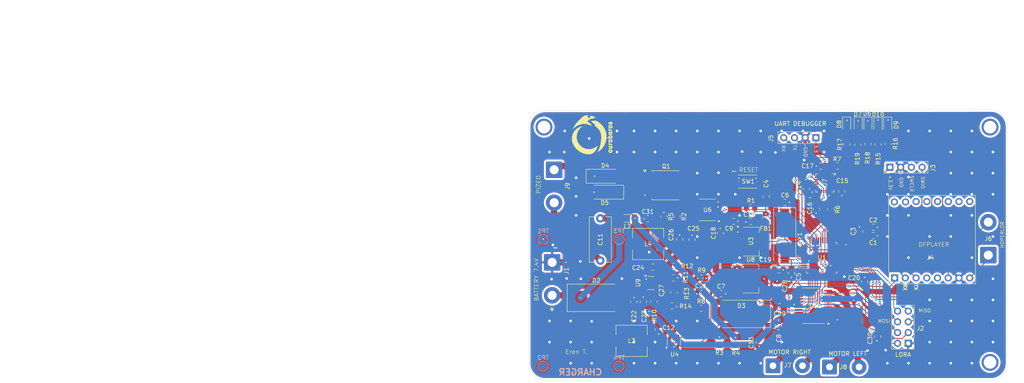
<source format=kicad_pcb>
(kicad_pcb (version 20241229) (generator "pcbnew") (generator_version "9.0")
  (layers (0 "F.Cu" signal) (2 "B.Cu" signal) (13 "F.Paste" user) (15 "B.Paste" user) (5 "F.SilkS" user "F.Silkscreen") (7 "B.SilkS" user "B.Silkscreen") (1 "F.Mask" user) (3 "B.Mask" user) (25 "Edge.Cuts" user))
  (net 0 "")
  (net 1 "GND")
  (net 2 "Net-(U1-VDDA)")
  (net 3 "RCC_OUT")
  (net 4 "RCC_IN")
  (net 5 "+5V")
  (net 6 "+3.3V")
  (net 7 "Net-(J9-Pin_2)")
  (net 8 "Net-(C11-Pad1)")
  (net 9 "/BAT_OUT")
  (net 10 "+24V")
  (net 11 "Net-(U7-REGOUT)")
  (net 12 "Net-(U7-CPOUT)")
  (net 13 "/+3.3V_RADIO")
  (net 14 "ADC1_IN")
  (net 15 "Net-(U9-SW)")
  (net 16 "Net-(U9-BOOT)")
  (net 17 "Net-(C27-Pad1)")
  (net 18 "Net-(U9-FB)")
  (net 19 "Net-(D3-A)")
  (net 20 "Net-(D4-A)")
  (net 21 "Net-(D6-A)")
  (net 22 "Net-(D7-A)")
  (net 23 "Net-(D8-A)")
  (net 24 "Net-(D9-A)")
  (net 25 "Net-(D10-A)")
  (net 26 "SPI1_MISO")
  (net 27 "SPI1_SCK")
  (net 28 "SPI1_MOSI")
  (net 29 "CE")
  (net 30 "CSN")
  (net 31 "RF_IRQ")
  (net 32 "SWCLK")
  (net 33 "SWDIO")
  (net 36 "USART1_TX")
  (net 38 "SPK1")
  (net 46 "SPK2")
  (net 47 "USART1_RX")
  (net 48 "Debug_RX")
  (net 49 "Debug_TX")
  (net 50 "Net-(J7-Pin_1)")
  (net 51 "Net-(J7-Pin_2)")
  (net 52 "Net-(J8-Pin_2)")
  (net 53 "Net-(J8-Pin_1)")
  (net 54 "Net-(Q1-G)")
  (net 55 "Net-(U1-NRST)")
  (net 56 "Net-(U6-OUT_A)")
  (net 57 "Net-(U4-FB)")
  (net 58 "I2C1_SCL")
  (net 59 "I2C1_SDA")
  (net 60 "Net-(U9-EN)")
  (net 61 "USER_LED")
  (net 62 "MotorDriver_Led")
  (net 63 "MPU6050_Led")
  (net 64 "R_HeadLight")
  (net 65 "L_HeadLight")
  (net 66 "AIN2")
  (net 67 "/PWM_Atomizer")
  (net 68 "PWMA")
  (net 70 "BIN1")
  (net 71 "PWMB")
  (net 74 "STBY")
  (net 77 "BIN2")
  (net 78 "AIN1")
  (net 101 "VBAT_RAW")
  (net 102 "unconnected-(TP4-Pad1)")
  (footprint "Capacitor_SMD:C_0805_2012Metric_Pad1.18x1.45mm_HandSolder" (layer "F.Cu") (at 185.8625 47.6)
    (property "Reference" "C6")
    (property "Value" "22pF")
  )
  (footprint "Resistor_SMD:R_0805_2012Metric_Pad1.20x1.40mm_HandSolder" (layer "F.Cu") (at 159.1 72.1)
    (property "Reference" "R14")
    (property "Value" "11k")
  )
  (footprint "Capacitor_SMD:C_0805_2012Metric_Pad1.18x1.45mm_HandSolder" (layer "F.Cu") (at 190.9 44.4 -90)
    (property "Reference" "C14")
    (property "Value" "100nF")
  )
  (footprint "Package_QFP:LQFP-48_7x7mm_P0.5mm" (layer "F.Cu") (at 194.55 60.77)
    (property "Reference" "U1")
    (property "Value" "STM32F103C8Tx")
  )
  (footprint "Diode_SMD:D_SMC_Handsoldering" (layer "F.Cu") (at 175.525 74.025 180)
    (property "Reference" "D3")
    (property "Value" "SS34")
  )
  (footprint "Capacitor_SMD:C_0805_2012Metric_Pad1.18x1.45mm_HandSolder" (layer "F.Cu") (at 150.062516 71.1725 90)
    (property "Reference" "C22")
    (property "Value" "10uF")
  )
  (footprint "Connector_Wire:SolderWire-0.75sqmm_1x02_P7mm_D1.25mm_OD3.5mm" (layer "F.Cu") (at 183 86.3)
    (property "Reference" "J7")
    (property "Value" "Conn_01x02_Pin")
  )
  (footprint "Connector_PinHeader_2.54mm:PinHeader_1x04_P2.54mm_Vertical" (layer "F.Cu") (at 210.7 39.3 90)
    (property "Reference" "J3")
    (property "Value" "Conn_01x04_Socket")
  )
  (footprint "Capacitor_SMD:C_0805_2012Metric_Pad1.18x1.45mm_HandSolder" (layer "F.Cu") (at 207.8 79.4 90)
    (property "Reference" "C30")
    (property "Value" "100nF")
  )
  (footprint "Resistor_SMD:R_0805_2012Metric_Pad1.20x1.40mm_HandSolder" (layer "F.Cu") (at 157.2 51 -90)
    (property "Reference" "R5")
    (property "Value" "10k")
  )
  (footprint "Capacitor_SMD:C_0805_2012Metric_Pad1.18x1.45mm_HandSolder" (layer "F.Cu") (at 184.6 72.3 180)
    (property "Reference" "C29")
    (property "Value" "10uF")
  )
  (footprint "Capacitor_SMD:C_0805_2012Metric_Pad1.18x1.45mm_HandSolder" (layer "F.Cu") (at 166 69.2 180)
    (property "Reference" "C21")
    (property "Value" "100nF")
  )
  (footprint "Diode_SMD:D_SMA_Handsoldering" (layer "F.Cu") (at 143.175 45.2 180)
    (property "Reference" "D5")
    (property "Value" "D_Schottky")
  )
  (footprint "Inductor_SMD:L_1206_3216Metric_Pad1.22x1.90mm_HandSolder" (layer "F.Cu") (at 148.55 51.4 180)
    (property "Reference" "L2")
    (property "Value" "2uH")
  )
  (footprint "Capacitor_SMD:C_0805_2012Metric_Pad1.18x1.45mm_HandSolder" (layer "F.Cu") (at 184 67.4 90)
    (property "Reference" "C28")
    (property "Value" "10uF")
  )
  (footprint "Connector_Wire:SolderWire-1.5sqmm_1x02_P7.8mm_D1.7mm_OD3.9mm" (layer "F.Cu") (at 131.2 39.9 -90)
    (property "Reference" "J9")
    (property "Value" "Conn_01x02_Pin")
  )
  (footprint "Resistor_SMD:R_0805_2012Metric_Pad1.20x1.40mm_HandSolder" (layer "F.Cu") (at 203.1 34 90)
    (property "Reference" "R19")
    (property "Value" "220")
  )
  (footprint "Capacitor_SMD:C_0805_2012Metric_Pad1.18x1.45mm_HandSolder" (layer "F.Cu") (at 158.052516 68.8925 -90)
    (property "Reference" "C27")
    (property "Value" "100pF")
  )
  (footprint "Capacitor_SMD:C_0805_2012Metric_Pad1.18x1.45mm_HandSolder" (layer "F.Cu") (at 173.7 52.1)
    (property "Reference" "C9")
    (property "Value" "10uF")
  )
  (footprint "Capacitor_SMD:C_0805_2012Metric_Pad1.18x1.45mm_HandSolder" (layer "F.Cu") (at 160.912516 56.3925 90)
    (property "Reference" "C26")
    (property "Value" "22uF")
  )
  (footprint "Capacitor_SMD:C_0805_2012Metric_Pad1.18x1.45mm_HandSolder" (layer "F.Cu") (at 170.6 54.9 90)
    (property "Reference" "C18")
    (property "Value" "10uF")
  )
  (footprint "Package_TO_SOT_SMD:SOT-223-3_TabPin2" (layer "F.Cu") (at 177.742516 65.65)
    (property "Reference" "U8")
    (property "Value" "AMS1117-3.3")
  )
  (footprint "LED_SMD:LED_0805_2012Metric_Pad1.15x1.40mm_HandSolder" (layer "F.Cu") (at 207.88 29.4 -90)
    (property "Reference" "D10")
    (property "Value" "LED")
  )
  (footprint "Resistor_SMD:R_0805_2012Metric_Pad1.20x1.40mm_HandSolder" (layer "F.Cu") (at 159.472516 62.8125)
    (property "Reference" "R12")
    (property "Value" "49.9")
  )
  (footprint "Capacitor_SMD:C_0805_2012Metric_Pad1.18x1.45mm_HandSolder" (layer "F.Cu") (at 187.4 64.3625 -90)
    (property "Reference" "C5")
    (property "Value" "22pF")
  )
  (footprint "MountingHole:MountingHole_2.1mm" (layer "F.Cu") (at 128.8 29.8)
    (property "Reference" "REF**" (hide yes))
    (property "Value" "MountingHole_2.1mm")
  )
  (footprint "icons:ouroboros" (layer "F.Cu") (at 139.5 31.6)
    (property "Reference" "G***" (hide yes))
    (property "Value" "LOGO" (hide yes))
  )
  (footprint "Package_SO:SOIC-8_3.9x4.9mm_P1.27mm" (layer "F.Cu") (at 167.5 49.4 180)
    (property "Reference" "U6")
    (property "Value" "TC4427xOA")
  )
  (footprint "Diode_SMD:D_SMC_Handsoldering" (layer "F.Cu") (at 141.2 70.225)
    (property "Reference" "D2")
    (property "Value" "SS34")
  )
  (footprint "Resistor_SMD:R_0805_2012Metric" (layer "F.Cu") (at 181.3 51.3 90)
    (property "Reference" "FB1")
    (property "Value" "600R@100MHz")
  )
  (footprint "Resistor_SMD:R_0805_2012Metric_Pad1.20x1.40mm_HandSolder" (layer "F.Cu") (at 198.3 39.02)
    (property "Reference" "R7")
    (property "Value" "4.7k")
  )
  (footprint "Resistor_SMD:R_0805_2012Metric_Pad1.20x1.40mm_HandSolder" (layer "F.Cu") (at 170.342516 80.5 90)
    (property "Reference" "R3")
    (property "Value" "10k")
  )
  (footprint "Capacitor_SMD:C_0805_2012Metric_Pad1.18x1.45mm_HandSolder" (layer "F.Cu") (at 199.3 45.02 -90)
    (property "Reference" "C15")
    (property "Value" "2.2nF")
  )
  (footprint "Capacitor_SMD:C_0805_2012Metric_Pad1.18x1.45mm_HandSolder" (layer "F.Cu") (at 163.822516 56.4325 90)
    (property "Reference" "C25")
    (property "Value" "22uF")
  )
  (footprint "Package_TO_SOT_SMD:SOT-23-6" (layer "F.Cu") (at 159.542516 80.7 90)
    (property "Reference" "U4")
    (property "Value" "MT3608")
  )
  (footprint "Connector_PinHeader_2.54mm:PinHeader_1x04_P2.54mm_Vertical" (layer "F.Cu") (at 193.18 32.3 -90)
    (property "Reference" "J5")
    (property "Value" "Conn_01x04_Pin")
  )
  (footprint "Connector_Wire:SolderWire-1.5sqmm_1x02_P7.8mm_D1.7mm_OD3.9mm" (layer "F.Cu") (at 130.725 61.825 -90)
    (property "Reference" "J1")
    (property "Value" "Conn_01x02_Pin")
  )
  (footprint "Resistor_SMD:R_0805_2012Metric_Pad1.20x1.40mm_HandSolder" (layer "F.Cu") (at 161.132516 68.9825 -90)
    (property "Reference" "R13")
    (property "Value" "82k")
  )
  (footprint "Capacitor_SMD:C_0805_2012Metric_Pad1.18x1.45mm_HandSolder" (layer "F.Cu") (at 153.3625 51.5)
    (property "Reference" "C31")
    (property "Value" "100nF")
  )
  (footprint "Resistor_SMD:R_0805_2012Metric_Pad1.20x1.40mm_HandSolder" (layer "F.Cu") (at 207.9 33.93 90)
    (property "Reference" "R15")
    (property "Value" "220")
  )
  (footprint "Resistor_SMD:R_0805_2012Metric_Pad1.20x1.40mm_HandSolder" (layer "F.Cu") (at 205.5 33.8 90)
    (property "Reference" "R18")
    (property "Value" "220")
  )
  (footprint "Capacitor_SMD:C_0805_2012Metric_Pad1.18x1.45mm_HandSolder" (layer "F.Cu") (at 177.7 52.1 180)
    (property "Reference" "C10")
    (property "Value" "10uF")
  )
  (footprint "Capacitor_SMD:C_0805_2012Metric_Pad1.18x1.45mm_HandSolder" (layer "F.Cu") (at 204.7 66.4 90)
    (property "Reference" "C20")
    (property "Value" "100nF")
  )
  (footprint "MountingHole:MountingHole_2.1mm" (layer "F.Cu") (at 234.4 29.8)
    (property "Reference" "REF**" (hide yes))
    (property "Value" "MountingHole_2.1mm")
  )
  (footprint "Connector_Wire:SolderWire-1.5sqmm_1x02_P7.8mm_D1.7mm_OD3.9mm" (layer "F.Cu") (at 234 60.1 90)
    (property "Reference" "J6")
    (property "Value" "Conn_01x02_Pin")
  )
  (footprint "Capacitor_SMD:C_0805_2012Metric_Pad1.18x1.45mm_HandSolder" (layer "F.Cu") (at 206.7375 55.5 180)
    (property "Reference" "C1")
    (property "Value" "100nF")
  )
  (footprint "Crystal:Crystal_SMD_HC49-SD" (layer "F.Cu") (at 185.8 55.6 -90)
    (property "Reference" "Y1")
    (property "Value" "8Mhz")
  )
  (footprint "MountingHole:MountingHole_2.1mm" (layer "F.Cu") (at 234.4 85.5)
    (property "Reference" "REF**" (hide yes))
    (property "Value" "MountingHole_2.1mm")
  )
  (footprint "Resistor_SMD:R_0805_2012Metric_Pad1.20x1.40mm_HandSolder" (layer "F.Cu") (at 154.812516 71.1025 90)
    (property "Reference" "R10")
    (property "Value" "442k")
  )
  (footprint "Connector_Wire:SolderWire-0.75sqmm_1x02_P7mm_D1.25mm_OD3.5mm" (layer "F.Cu") (at 196.4 86.6)
    (property "Reference" "J8")
    (property "Value" "Conn_01x02_Pin")
  )
  (footprint "Resistor_SMD:R_0805_2012Metric_Pad1.20x1.40mm_HandSolder" (layer "F.Cu") (at 210.3 33.8 90)
    (property "Reference" "R16")
    (property "Value" "220")
  )
  (footprint "Capacitor_SMD:C_0805_2012Metric_Pad1.18x1.45mm_HandSolder" (layer "F.Cu") (at 184.3 76.8 -90)
    (property "Reference" "C8")
    (property "Value" "10uF")
  )
  (footprint "Capacitor_SMD:C_0805_2012Metric_Pad1.18x1.45mm_HandSolder" (layer "F.Cu") (at 194.3 39.02 180)
    (property "Reference" "C17")
    (property "Value" "100nF")
  )
  (footprint "Resistor_SMD:R_0805_2012Metric_Pad1.20x1.40mm_HandSolder" (layer "F.Cu") (at 159.442516 65.5025)
    (property "Reference" "R11")
    (property "Value" "100k")
  )
  (footprint "Package_TO_SOT_SMD:SOT-23-6" (layer "F.Cu") (at 154.105016 66.7125)
    (property "Reference" "U9")
    (property "Value" "TPS54302")
  )
  (footprint "Capacitor_SMD:C_0805_2012Metric_Pad1.18x1.45mm_HandSolder" (layer "F.Cu") (at 193.3 49.2 -90)
    (property "Reference" "C16")
    (property "Value" "100nF")
  )
  (footprint "Resistor_SMD:R_0805_2012Metric_Pad1.20x1.40mm_HandSolder" (layer "F.Cu") (at 166.1 65.55 180)
    (property "Reference" "R9")
    (property "Value" "33k")
  )
  (footprint "Capacitor_SMD:C_0805_2012Metric_Pad1.18x1.45mm_HandSolder" (layer "F.Cu") (at 152.312516 71.1325 90)
    (property "Reference" "C23")
    (property "Value" "100nF")
  )
  (footprint "Capacitor_THT:C_Disc_D10.5mm_W5.0mm_P10.00mm" (layer "F.Cu") (at 142.1325 51.4 -90)
    (property "Reference" "C11")
    (property "Value" "100nF")
  )
  (footprint "Resistor_SMD:R_0805_2012Metric_Pad1.20x1.40mm_HandSolder" (layer "F.Cu") (at 160.3 51 -90)
    (property "Reference" "R2")
    (property "Value" "10")
  )
  (footprint "LED_SMD:LED_0805_2012Metric_Pad1.15x1.40mm_HandSolder" (layer "F.Cu") (at 203.2 29.275 -90)
    (property "Reference" "D7")
    (property "Value" "LED")
  )
  (footprint "Resistor_SMD:R_0805_2012Metric_Pad1.20x1.40mm_HandSolder" (layer "F.Cu") (at 177.7 48.9)
    (property "Reference" "R1")
    (property "Value" "10K")
  )
  (footprint "LED_SMD:LED_0805_2012Metric_Pad1.15x1.40mm_HandSolder" (layer "F.Cu") (at 205.5 29.3 -90)
    (property "Reference" "D6")
    (property "Value" "LED")
  )
  (footprint "Resistor_SMD:R_0805_2012Metric_Pad1.20x1.40mm_HandSolder" (layer "F.Cu") (at 200.5 33.9 90)
    (property "Reference" "R17")
    (property "Value" "220")
  )
  (footprint "Button_Switch_SMD:SW_Push_1P1T_NO_CK_KMR2" (layer "F.Cu") (at 177 42.7)
    (property "Reference" "SW1")
    (property "Value" "SW_Push")
  )
  (footprint "Sensor_Motion:InvenSense_QFN-24_4x4mm_P0.5mm" (layer "F.Cu") (at 195.3 43.02 -90)
    (property "Reference" "U7")
    (property "Value" "MPU-6050")
  )
  (footprint "Package_TO_SOT_SMD:SOT-223-3_TabPin2" (layer "F.Cu") (at 177.842516 56.9)
    (property "Reference" "U3")
    (property "Value" "AMS1117-3.3")
  )
  (footprint "Resistor_SMD:R_0805_2012Metric_Pad1.20x1.40mm_HandSolder" (layer "F.Cu") (at 174.042516 80.5 -90)
    (property "Reference" "R4")
    (property "Value" "390k")
  )
  (footprint "Connector_PinHeader_2.54mm:PinHeader_2x04_P2.54mm_Vertical" (layer "F.Cu") (at 215.04 80.98 180)
    (property "Reference" "J2")
    (property "Value" "Conn_02x04_Odd_Even")
  )
  (footprint "LED_SMD:LED_0805_2012Metric_Pad1.15x1.40mm_HandSolder" (layer "F.Cu") (at 210.17 29.3 -90)
    (property "Reference" "D9")
    (property "Value" "LED")
  )
  (footprint "Capacitor_SMD:C_0805_2012Metric_Pad1.18x1.45mm_HandSolder" (layer "F.Cu") (at 206.7375 53.5)
    (property "Reference" "C2")
    (property "Value" "100nF")
  )
  (footprint "Capacitor_SMD:C_0805_2012Metric_Pad1.18x1.45mm_HandSolder" (layer "F.Cu") (at 179.742516 80.7375 -90)
    (property "Reference" "C13")
    (property "Value" "22uF")
  )
  (footprint "Package_TO_SOT_SMD:TO-252-2" (layer "F.Cu") (at 157.715 43.575)
    (property "Reference" "Q1")
    (property "Value" "NMOS")
  )
  (footprint "Resistor_SMD:R_0805_2012Metric_Pad1.20x1.40mm_HandSolder" (layer "F.Cu") (at 166 72.7)
    (property "Reference" "R8")
    (property "Value" "68k")
  )
  (footprint "Package_SO:SSOP-24_5.3x8.2mm_P0.65mm" (layer "F.Cu") (at 192.6 72.1 180)
    (property "Reference" "U5")
    (property "Value" "TB6612FNG")
  )
  (footprint "Capacitor_SMD:C_0805_2012Metric_Pad1.18x1.45mm_HandSolder" (layer "F.Cu") (at 155.842516 77.7625 -90)
    (property "Reference" "C12")
    (property "Value" "22uF")
  )
  (footprint "Resistor_SMD:R_0805_2012Metric_Pad1.20x1.40mm_HandSolder" (layer "F.Cu") (at 196.7 49.3 90)
    (property "Reference" "R6")
    (property "Value" "4.7k")
  )
  (footprint "Capacitor_SMD:C_0805_2012Metric_Pad1.18x1.45mm_HandSolder" (layer "F.Cu") (at 184.4 63.6)
    (property "Reference" "C19")
    (property "Value" "10uF")
  )
  (footprint "Capacitor_SMD:C_0805_2012Metric_Pad1.18x1.45mm_HandSolder" (layer "F.Cu") (at 170.725 69.2)
    (property "Reference" "C7")
    (property "Value" "100nF")
  )
  (footprint "LED_SMD:LED_0805_2012Metric_Pad1.15x1.40mm_HandSolder" (layer "F.Cu") (at 200.46 29.275 -90)
    (property "Reference" "D8")
    (property "Value" "LED")
  )
  (footprint "Connector_PinHeader_2.54mm:PinHeader_2x08_P2.54mm_Vertical" (layer "F.Cu") (at 211.805 65.515038 90)
    (property "Reference" "J4")
    (property "Value" "Conn_02x08_Odd_Even")
  )
  (footprint "Inductor_SMD:L_7.3x7.3_H4.5" (layer "F.Cu") (at 153.442516 57.4625)
    (property "Reference" "L4")
    (property "Value" "10uH")
  )
  (footprint "Capacitor_SMD:C_0805_2012Metric_Pad1.18x1.45mm_HandSolder" (layer "F.Cu") (at 154.592516 62.9325)
    (property "Reference" "C24")
    (property "Value" "100nF")
  )
  (footprint "Inductor_SMD:L_7.3x7.3_H4.5" (layer "F.Cu") (at 149.542516 80.4)
    (property "Reference" "L3")
    (property "Value" "4.7")
  )
  (footprint "Diode_SMD:D_SMA_Handsoldering" (layer "F.Cu") (at 143.275 41.425)
    (property "Reference" "D4")
    (property "Value" "D_Zener")
  )
  (footprint "Capacitor_SMD:C_0805_2012Metric_Pad1.18x1.45mm_HandSolder" (layer "F.Cu") (at 203.4875 54.5 -90)
    (property "Reference" "C3")
    (property "Value" "100nF")
  )
  (footprint "Capacitor_SMD:C_0805_2012Metric_Pad1.18x1.45mm_HandSolder" (layer "F.Cu") (at 181.4 46.2 90)
    (property "Reference" "C4")
    (property "Value" "100nF")
  )
  (footprint "TestPoint:TestPoint_Pad_D2.0mm" (layer "B.Cu") (at 146.575 86.4 180)
    (property "Reference" "TP4")
    (property "Value" "GND")
  )
  (footprint "TestPoint:TestPoint_Pad_D2.0mm" (layer "B.Cu") (at 128.6 56.4 180)
    (property "Reference" "TP1")
    (property "Value" "B-")
  )
  (footprint "TestPoint:TestPoint_Pad_D2.0mm" (layer "B.Cu") (at 146.6 56.4 180)
    (property "Reference" "TP3")
    (property "Value" "B+")
  )
  (footprint "TestPoint:TestPoint_Pad_D2.0mm" (layer "B.Cu") (at 128.575 86.4 180)
    (property "Reference" "TP2")
    (property "Value" "VIN")
  )
  (gr_arc (start 129.1 89.7) (mid 126.271573 88.528427) (end 125.1 85.7) (stroke (width 0.05)) (layer "Edge.Cuts"))
  (gr_line (start 238.6 85.7) (end 238.6 29.703523) (stroke (width 0.05)) (layer "Edge.Cuts"))
  (gr_line (start 234.596478 25.703525) (end 129.1 25.796403) (stroke (width 0.05)) (layer "Edge.Cuts"))
  (gr_line (start 129.1 89.7) (end 234.6 89.7) (stroke (width 0.05)) (layer "Edge.Cuts"))
  (gr_arc (start 238.6 85.7) (mid 237.428427 88.528427) (end 234.6 89.7) (stroke (width 0.05)) (layer "Edge.Cuts"))
  (gr_arc (start 234.596478 25.703525) (mid 237.427181 26.873851) (end 238.6 29.703523) (stroke (width 0.05)) (layer "Edge.Cuts"))
  (gr_line (start 125.100001 29.796401) (end 125.1 85.7) (stroke (width 0.05)) (layer "Edge.Cuts"))
  (gr_arc (start 125.1 29.796401) (mid 126.2703 26.969247) (end 129.0964 25.796403) (stroke (width 0.05)) (layer "Edge.Cuts"))
  (gr_text "-" (at 130.7 58.9 0) (layer "F.SilkS") (effects (font (size 1 1) (thickness 0.25) (bold yes)) (justify left bottom)))
  (gr_text "GND" (at 212.9 41.6 270) (layer "F.SilkS") (effects (font (size 0.8 0.8) (thickness 0.1)) (justify left bottom)))
  (gr_text "MOSI" (at 207.8 76.2 0) (layer "F.SilkS") (effects (font (size 0.8 0.8) (thickness 0.1)) (justify left bottom)))
  (gr_text "SWCLK\n" (at 215.4 41.2 270) (layer "F.SilkS") (effects (font (size 0.8 0.8) (thickness 0.1)) (justify left bottom)))
  (gr_text "TX" (at 216.4 66.9 270) (layer "F.SilkS") (effects (font (size 0.8 0.8) (thickness 0.2) (bold yes)) (justify left bottom)))
  (gr_text "+" (at 129.907484 73.425 0) (layer "F.SilkS") (effects (font (size 1 1) (thickness 0.25) (bold yes)) (justify left bottom)))
  (gr_text "TX" (at 187.7 33.9 270) (layer "F.SilkS") (effects (font (size 0.8 0.8) (thickness 0.1)) (justify left bottom)))
  (gr_text "RX" (at 213.8 66.8 270) (layer "F.SilkS") (effects (font (size 0.8 0.8) (thickness 0.2) (bold yes)) (justify left bottom)))
  (gr_text "t\n" (at 174.4 40.5 90) (layer "F.SilkS") (effects (font (size 1 1) (thickness 0.1)) (justify left bottom)))
  (gr_text "RX" (at 185 34 270) (layer "F.SilkS") (effects (font (size 0.8 0.8) (thickness 0.1)) (justify left bottom)))
  (gr_text "RESET\n" (at 174.9 40.5 0) (layer "F.SilkS") (effects (font (size 1 1) (thickness 0.1)) (justify left bottom)))
  (gr_text "Eren T.\n" (at 133.8 83.6 0) (layer "F.SilkS") (effects (font (size 1 1) (thickness 0.1)) (justify left bottom)))
  (gr_text "ouroboros" (at 145 36.1 90) (layer "F.SilkS") (effects (font (size 1 1) (thickness 0.25) (bold yes)) (justify left bottom)))
  (gr_text "+3.3V\n" (at 210.3 41.1 270) (layer "F.SilkS") (effects (font (size 0.8 0.8) (thickness 0.1)) (justify left bottom)))
  (gr_text "MISO" (at 217.4 73.7 0) (layer "F.SilkS") (effects (font (size 0.8 0.8) (thickness 0.1)) (justify left bottom)))
  (gr_text "GND" (at 190.2 34.4 270) (layer "F.SilkS") (effects (font (size 0.8 0.8) (thickness 0.1)) (justify left bottom)))
  (gr_text "3.3\n\n" (at 191.4 33.9 270) (layer "F.SilkS") (effects (font (size 0.8 0.8) (thickness 0.1)) (justify left bottom)))
  (gr_text "SWIO\n" (at 218 41.4 270) (layer "F.SilkS") (effects (font (size 0.8 0.8) (thickness 0.1)) (justify left bottom)))
  (gr_text "CHARGER" (at 142.7 88.7 -0) (layer "B.SilkS") (effects (font (size 1.5 1.5) (thickness 0.3) (bold yes)) (justify left bottom mirror)))
  (segment (start 163.822516 55.395) (end 163.835016 55.395) (width 1.5) (layer "F.Cu") (net 1))
  (segment (start 140.775 41.425) (end 140.75 41.425) (width 1.5) (layer "F.Cu") (net 1))
  (segment (start 193.475012 57.844988) (end 193.8 57.52) (width 0.2) (layer "F.Cu") (net 1))
  (segment (start 174.592516 63.35) (end 174.590016 63.35) (width 1.5) (layer "F.Cu") (net 1))
  (segment (start 164.9625 69.2625) (end 165 69.3) (width 0.2) (layer "F.Cu") (net 1))
  (segment (start 174.692516 54.6) (end 174.692516 54.6525) (width 1.5) (layer "F.Cu") (net 1))
  (segment (start 200.3 58.4) (end 200.18 58.52) (width 0.2) (layer "F.Cu") (net 1))
  (segment (start 193.8 57.52) (end 193.8 56.6075) (width 0.2) (layer "F.Cu") (net 1))
  (segment (start 196.1 73.725) (end 196.1 74.375) (width 0.2) (layer "F.Cu") (net 1))
  (segment (start 196.7 63.884819) (end 196.8 63.984819) (width 0.2) (layer "F.Cu") (net 1))
  (segment (start 198.3 75.2) (end 196.825 73.725) (width 0.2) (layer "F.Cu") (net 1))
  (segment (start 174.95 41.9) (end 174.9 41.9) (width 0.2) (layer "F.Cu") (net 1))
  (segment (start 192.3 57.449747) (end 192.69473 57.844477) (width 0.2) (layer "F.Cu") (net 1))
  (segment (start 169.975 48.725) (end 170 48.7) (width 0.2) (layer "F.Cu") (net 1))
  (segment (start 176.6625 52.2375) (end 176.6 52.3) (width 0.2) (layer "F.Cu") (net 1))
  (segment (start 179.742516 81.775) (end 179.742516 81.742516) (width 0.2) (layer "F.Cu") (net 1))
  (segment (start 194.722527 69.825) (end 194.599 69.948527) (width 0.2) (layer "F.Cu") (net 1))
  (segment (start 210.17 28.15) (end 210.2 28.15) (width 0.2) (layer "F.Cu") (net 1))
  (segment (start 179.05 41.9) (end 179 41.9) (width 0.2) (layer "F.Cu") (net 1))
  (segment (start 174.7375 52.1) (end 174.7 52.1) (width 0.2) (layer "F.Cu") (net 1))
  (segment (start 152.967516 65.7625) (end 152.970314 65.7625) (width 0.2) (layer "F.Cu") (net 1))
  (segment (start 174.590016 63.35) (end 174.492516 63.2525) (width 1.5) (layer "F.Cu") (net 1))
  (segment (start 170.6 53.8625) (end 170.5625 53.8625) (width 0.2) (layer "F.Cu") (net 1))
  (segment (start 190.64 32.3) (end 190.64 34.06) (width 0.8) (layer "F.Cu") (net 1))
  (segment (start 210.2 28.15) (end 210.25 28.1) (width 0.2) (layer "F.Cu") (net 1))
  (segment (start 152.970314 65.7625) (end 152.972962 65.765148) (width 0.2) (layer "F.Cu") (net 1))
  (segment (start 133.407484 61.825) (end 133.975 61.825) (width 1.5) (layer "F.Cu") (net 1))
  (segment (start 183 70.9) (end 183 71.675) (width 0.8) (layer "F.Cu") (net 1))
  (segment (start 179.742516 81.742516) (end 179.7 81.7) (width 0.2) (layer "F.Cu") (net 1))
  (segment (start 191.90616 42.77) (end 191.33616 42.2) (width 0.2) (layer "F.Cu") (net 1))
  (segment (start 207.775 55.5) (end 207.7375 55.5) (width 0.2) (layer "F.Cu") (net 1))
  (segment (start 160.1 72.2) (end 160.2 72.3) (width 0.2) (layer "F.Cu") (net 1))
  (segment (start 169.975 48.765) (end 169.975 48.725) (width 0.2) (layer "F.Cu") (net 1))
  (segment (start 133.975 61.825) (end 134 61.8) (width 1.5) (layer "F.Cu") (net 1))
  (segment (start 187.4 65.4) (end 187.5 65.4) (width 0.2) (layer "F.Cu") (net 1))
  (segment (start 160.912516 55.355) (end 160.912516 55.3625) (width 1.5) (layer "F.Cu") (net 1))
  (segment (start 200.3 57.6) (end 200.3 58.4) (width 0.2) (layer "F.Cu") (net 1))
  (segment (start 196.8 63.984819) (end 196.8 64.9325) (width 0.2) (layer "F.Cu") (net 1))
  (segment (start 213.2 39.3) (end 213.2 40.8) (width 0.2) (layer "F.Cu") (net 1))
  (segment (start 192.3 56.6075) (end 192.3 57.449747) (width 0.2) (layer "F.Cu") (net 1))
  (segment (start 169.995 47.495) (end 170 47.5) (width 0.2) (layer "F.Cu") (net 1))
  (segment (start 190.3875 61.52) (end 191.55 61.52) (width 0.2) (layer "F.Cu") (net 1))
  (segment (start 192.73 43.77) (end 193.35 43.77) (width 0.2) (layer "F.Cu") (net 1))
  (segment (start 169.975 47.495) (end 169.995 47.495) (width 0.2) (layer "F.Cu") (net 1))
  (segment (start 140.675 45.2) (end 140.65 45.2) (width 1.5) (layer "F.Cu") (net 1))
  (segment (start 185.5375 63.7) (end 185.4375 63.6) (width 0.2) (layer "F.Cu") (net 1))
  (segment (start 160.1 72.1) (end 160.1 72.2) (width 0.2) (layer "F.Cu") (net 1))
  (segment (start 183.5625 72.2375) (end 183.5625 72.3) (width 0.8) (layer "F.Cu") (net 1))
  (segment (start 196.55 45.77) (end 196.3 46.02) (width 0.2) (layer "F.Cu") (net 1))
  (segment (start 192.3 45.2) (end 192.3 44.2) (width 0.2) (layer "F.Cu") (net 1))
  (segment (start 193.385844 57.844988) (end 193.475012 57.844988) (width 0.2) (layer "F.Cu") (net 1))
  (segment (start 189.1 71.775) (end 187.998335 71.775) (width 0.2) (layer "F.Cu") (net 1))
  (segment (start 193.35 42.77) (end 191.90616 42.77) (width 0.2) (layer "F.Cu") (net 1))
  (segment (start 207.6375 80.4375) (end 207.6 80.4) (width 0.2) (layer "F.Cu") (net 1))
  (segment (start 193.3 50.2375) (end 193.28897 50.2375) (width 0.2) (layer "F.Cu") (net 1))
  (segment (start 152.675 45.875) (end 152.7 45.9) (width 0.2) (layer "F.Cu") (net 1))
  (segment (start 176.6625 52.1) (end 176.6625 52.2375) (width 0.2) (layer "F.Cu") (net 1))
  (segment (start 171.775 69.2) (end 171.8 69.225) (width 0.2) (layer "F.Cu") (net 1))
  (segment (start 152.675 45.855) (end 152.675 45.875) (width 0.2) (layer "F.Cu") (net 1))
  (segment (start 163.835016 55.395) (end 163.842516 55.4025) (width 1.5) (layer "F.Cu") (net 1))
  (segment (start 165.1 65.55) (end 165.15 65.55) (width 0.2) (layer "F.Cu") (net 1))
  (segment (start 213.24 39.3) (end 213.2 39.3) (width 0.2) (layer "F.Cu") (net 1))
  (segment (start 179.7 38.4375) (end 179.7 38.4) (width 0.2) (layer "F.Cu") (net 1))
  (segment (start 193.28897 50.2375) (end 193.225735 50.174265) (width 0.2) (layer "F.Cu") (net 1))
  (segment (start 199.3 46.0575) (end 199.3 46.02) (width 0.2) (layer "F.Cu") (net 1))
  (segment (start 187.998335 71.775) (end 187.992058 71.781277) (width 0.2) (layer "F.Cu") (net 1))
  (segment (start 155.842516 78.8) (end 155.942516 78.8) (width 0.2) (layer "F.Cu") (net 1))
  (segment (start 200.46 28.24) (end 200.5 28.2) (width 0.2) (layer "F.Cu") (net 1))
  (segment (start 207.8 80.4375) (end 207.6375 80.4375) (width 0.2) (layer "F.Cu") (net 1))
  (segment (start 190.9 45.6) (end 191.8 46.5) (width 0.2) (layer "F.Cu") (net 1))
  (segment (start 198.3 75.4) (end 198.3 75.2) (width 0.2) (layer "F.Cu") (net 1))
  (segment (start 171.7625 69.2) (end 171.775 69.2) (width 0.2) (layer "F.Cu") (net 1))
  (segment (start 130.725 61.825) (end 133.407484 61.825) (width 1.5) (layer "F.Cu") (net 1))
  (segment (start 184.3 77.8375) (end 184.3 77.8) (width 0.2) (layer "F.Cu") (net 1))
  (segment (start 200.46 28.25) (end 200.46 28.24) (width 0.2) (layer "F.Cu") (net 1))
  (segment (start 192.3 44.2) (end 192.73 43.77) (width 0.2) (layer "F.Cu") (net 1))
  (segment (start 196.55 44.97) (end 196.55 45.77) (width 0.2) (layer "F.Cu") (net 1))
  (segment (start 203.2 28.25) (end 203.2 28.3) (width 0.2) (layer "F.Cu") (net 1))
  (segment (start 191.33616 42.2) (end 190.8 42.2) (width 0.2) (layer "F.Cu") (net 1))
  (segment (start 170.5625 53.8625) (end 170.5 53.8) (width 0.2) (layer "F.Cu") (net 1))
  (segment (start 165.15 65.55) (end 165.2 65.6) (width 0.2) (layer "F.Cu") (net 1))
  (segment (start 200.18 58.52) (end 198.7125 58.52) (width 0.2) (layer "F.Cu") (net 1))
  (segment (start 152.325 51.5) (end 152.5 51.5) (width 0.2) (layer "F.Cu") (net 1))
  (segment (start 196.1 70.475) (end 194.825 70.475) (width 0.2) (layer "F.Cu") (net 1))
  (segment (start 190.9 45.4375) (end 190.9 45.6) (width 0.2) (layer "F.Cu") (net 1))
  (segment (start 196.7 62.6) (end 196.7 63.884819) (width 0.2) (layer "F.Cu") (net 1))
  (segment (start 196.1 69.825) (end 194.722527 69.825) (width 0.2) (layer "F.Cu") (net 1))
  (segment (start 183 71.675) (end 183.5625 72.2375) (width 0.8) (layer "F.Cu") (net 1))
  (segment (start 164.9625 69.2) (end 164.9625 69.2625) (width 0.2) (layer "F.Cu") (net 1))
  (segment (start 196.825 73.725) (end 196.1 73.725) (width 0.2) (layer "F.Cu") (net 1))
  (segment (start 160.442516 65.5025) (end 160.442516 65.4925) (width 0.2) (layer "F.Cu") (net 1))
  (segment (start 190.64 34.06) (end 190.6 34.1) (width 0.8) (layer "F.Cu") (net 1))
  (segment (start 194.825 70.475) (end 194.6 70.7) (width 0.2) (layer "F.Cu") (net 1))
  (segment (start 182.6 70.5) (end 183 70.9) (width 0.8) (layer "F.Cu") (net 1))
  (segment (start 184 66.3625) (end 184 66.3) (width 0.2) (layer "F.Cu") (net 1))
  (via (at 150.1 85.7) (size 1) (drill 0.6) (layers "F.Cu" "B.Cu") (net 1))
  (via (at 160.1 35.7) (size 1) (drill 0.6) (layers "F.Cu" "B.Cu") (net 1))
  (via (at 155.1 35.7) (size 1) (drill 0.6) (layers "F.Cu" "B.Cu") (net 1))
  (via (at 207.775 53.5) (size 0.6) (drill 0.3) (layers "F.Cu" "B.Cu") (net 1))
  (via (at 135.1 85.7) (size 1) (drill 0.6) (layers "F.Cu" "B.Cu") (net 1))
  (via (at 213.2 40.8) (size 0.6) (drill 0.3) (layers "F.Cu" "B.Cu") (net 1))
  (via (at 225.1 30.7) (size 1) (drill 0.6) (layers "F.Cu" "B.Cu") (net 1))
  (via (at 209.7 82.6) (size 1) (drill 0.6) (layers "F.Cu" "B.Cu") (net 1))
  (via (at 136.4 41.8) (size 1) (drill 0.6) (layers "F.Cu" "B.Cu") (net 1))
  (via (at 175.1 50.7) (size 1) (drill 0.6) (layers "F.Cu" "B.Cu") (net 1))
  (via (at 165.1 85.7) (size 1) (drill 0.6) (layers "F.Cu" "B.Cu") (net 1))
  (via (at 152.972962 65.765148) (size 0.6) (drill 0.3) (layers "F.Cu" "B.Cu") (net 1))
  (via (at 203.4875 53.4625) (size 0.6) (drill 0.3) (layers "F.Cu" "B.Cu") (net 1))
  (via (at 193.385844 57.844988) (size 0.6) (drill 0.3) (layers "F.Cu" "B.Cu") (net 1))
  (via (at 210.25 28.1) (size 0.6) (drill 0.3) (layers "F.Cu" "B.Cu") (net 1))
  (via (at 165.1 60.7) (size 1) (drill 0.6) (layers "F.Cu" "B.Cu") (net 1))
  (via (at 180.1 30.7) (size 1) (drill 0.6) (layers "F.Cu" "B.Cu") (net 1))
  (via (at 205.4 82.7) (size 1) (drill 0.6) (layers "F.Cu" "B.Cu") (net 1))
  (via (at 215.1 85.7) (size 1) (drill 0.6) (layers "F.Cu" "B.Cu") (net 1))
  (via (at 185.1 80.7) (size 1) (drill 0.6) (layers "F.Cu" "B.Cu") (net 1))
  (via (at 185.4375 63.6) (size 0.6) (drill 0.3) (layers "F.Cu" "B.Cu") (net 1))
  (via (at 174.1 45.7) (size 1) (drill 0.6) (layers "F.Cu" "B.Cu") (net 1))
  (via (at 152.5 51.5) (size 0.6) (drill 0.3) (layers "F.Cu" "B.Cu") (net 1))
  (via (at 235.1 40.7) (size 1) (drill 0.6) (layers "F.Cu" "B.Cu") (net 1))
  (via (at 139.5 32.5) (size 1) (drill 0.6) (layers "F.Cu" "B.Cu") (net 1))
  (via (at 185.1 30.7) (size 1) (drill 0.6) (layers "F.Cu" "B.Cu") (net 1))
  (via (at 140.75 41.425) (size 0.6) (drill 0.3) (layers "F.Cu" "B.Cu") (net 1))
  (via (at 235.1 80.7) (size 1) (drill 0.6) (layers "F.Cu" "B.Cu") (net 1))
  (via (at 152.7 45.9) (size 0.6) (drill 0.3) (layers "F.Cu" "B.Cu") (net 1))
  (via (at 230.1 85.7) (size 1) (drill 0.6) (layers "F.Cu" "B.Cu") (net 1))
  (via (at 152.292516 70.0525) (size 0.6) (drill 0.3) (layers "F.Cu" "B.Cu") (net 1))
  (via (at 165.1 55.7) (size 1) (drill 0.6) (layers "F.Cu" "B.Cu") (net 1))
  (via (at 205.46 28.3) (size 0.6) (drill 0.3) (layers "F.Cu" "B.Cu") (net 1))
  (via (at 155.1 80.7) (size 1) (drill 0.6) (layers "F.Cu" "B.Cu") (net 1))
  (via (at 179 41.9) (size 0.6) (drill 0.3) (layers "F.Cu" "B.Cu") (net 1))
  (via (at 191.8 46.5) (size 0.6) (drill 0.3) (layers "F.Cu" "B.Cu") (net 1))
  (via (at 230.1 80.7) (size 1) (drill 0.6) (layers "F.Cu" "B.Cu") (net 1))
  (via (at 179.7 81.7) (size 0.6) (drill 0.3) (layers "F.Cu" "B.Cu") (net 1))
  (via (at 150.1 35.7) (size 1) (drill 0.6) (layers "F.Cu" "B.Cu") (net 1))
  (via (at 220.1 85.7) (size 1) (drill 0.6) (layers "F.Cu" "B.Cu") (net 1))
  (via (at 190.8 42.2) (size 0.6) (drill 0.3) (layers "F.Cu" "B.Cu") (net 1))
  (via (at 150.1 80.7) (size 1) (drill 0.6) (layers "F.Cu" "B.Cu") (net 1))
  (via (at 175.1 30.7) (size 1) (drill 0.6) (layers "F.Cu" "B.Cu") (net 1))
  (via (at 192.69473 57.844477) (size 0.6) (drill 0.3) (layers "F.Cu" "B.Cu") (net 1))
  (via (at 187.4 65.4) (size 0.6) (drill 0.3) (layers "F.Cu" "B.Cu") (net 1))
  (via (at 215.1 50.7) (size 1) (drill 0.6) (layers "F.Cu" "B.Cu") (net 1))
  (via (at 184 66.3) (size 0.6) (drill 0.3) (layers "F.Cu" "B.Cu") (net 1))
  (via (at 174.9 41.9) (size 0.6) (drill 0.3) (layers "F.Cu" "B.Cu") (net 1))
  (via (at 150.1 75.7) (size 1) (drill 0.6) (layers "F.Cu" "B.Cu") (net 1))
  (via (at 135.1 80.7) (size 1) (drill 0.6) (layers "F.Cu" "B.Cu") (net 1))
  (via (at 235.1 70.7) (size 1) (drill 0.6) (layers "F.Cu" "B.Cu") (net 1))
  (via (at 210.1 55.7) (size 1) (drill 0.6) (layers "F.Cu" "B.Cu") (net 1))
  (via (at 225.1 40.7) (size 1) (drill 0.6) (layers "F.Cu" "B.Cu") (net 1))
  (via (at 204.7 65.3625) (size 0.6) (drill 0.3) (layers "F.Cu" "B.Cu") (net 1))
  (via (at 165.1 35.7) (size 1) (drill 0.6) (layers "F.Cu" "B.Cu") (net 1))
  (via (at 220.1 80.7) (size 1) (drill 0.6) (layers "F.Cu" "B.Cu") (net 1))
  (via (at 175.1 85.7) (size 1) (drill 0.6) (layers "F.Cu" "B.Cu") (net 1))
  (via (at 207.9 28.13) (size 0.6) (drill 0.3) (layers "F.Cu" "B.Cu") (net 1))
  (via (at 170 47.5) (size 0.6) (drill 0.3) (layers "F.Cu" "B.Cu") (net 1))
  (via (at 130.9 57.7) (size 1) (drill 0.6) (layers "F.Cu" "B.Cu") (net 1))
  (via (at 170.1 45.7) (size 1) (drill 0.6) (layers "F.Cu" "B.Cu") (net 1))
  (via (at 171.8 69.225) (size 0.6) (drill 0.3) (layers "F.Cu" "B.Cu") (net 1))
  (via (at 136.4 50.7) (size 1) (drill 0.6) (layers "F.Cu" "B.Cu") (net 1))
  (via (at 180.1 60.7) (size 1) (drill 0.6) (layers "F.Cu" "B.Cu") (net 1))
  (via (at 210.1 45.7) (size 1) (drill 0.6) (layers "F.Cu" "B.Cu") (net 1))
  (via (at 140.1 85.7) (size 1) (drill 0.6) (layers "F.Cu" "B.Cu") (net 1))
  (via (at 174.7 52.1) (size 0.6) (drill 0.3) (layers "F.Cu" "B.Cu") (net 1))
  (via (at 163.842516 55.4025) (size 0.6) (drill 0.3) (layers "F.Cu" "B.Cu") (net 1))
  (via (at 230.1 30.7) (size 1) (drill 0.6) (layers "F.Cu" "B.Cu") (net 1))
  (via (at 175.1 60.7) (size 1) (drill 0.6) (layers "F.Cu" "B.Cu") (net 1))
  (via (at 235.1 65.7) (size 1) (drill 0.6) (layers "F.Cu" "B.Cu") (net 1))
  (via (at 150.112516 70.1525) (size 0.6) (drill 0.3) (layers "F.Cu" "B.Cu") (net 1))
  (via (at 170.342516 79.5) (size 0.6) (drill 0.3) (layers "F.Cu" "B.Cu") (net 1))
  (via (at 207.6 80.4) (size 0.6) (drill 0.3) (layers "F.Cu" "B.Cu") (net 1))
  (via (at 153.7 59.4) (size 1) (drill 0.6) (layers "F.Cu" "B.Cu") (net 1))
  (via (at 170.1 40.6) (size 1) (drill 0.6) (layers "F.Cu" "B.Cu") (net 1))
  (via (at 235.1 45.7) (size 1) (drill 0.6) (layers "F.Cu" "B.Cu") (net 1))
  (via (at 225.1 85.7) (size 1) (drill 0.6) (layers "F.Cu" "B.Cu") (net 1))
  (via (at 220.1 75.7) (size 1) (drill 0.6) (layers "F.Cu" "B.Cu") (net 1))
  (via (at 230.1 35.7) (size 1) (drill 0.6) (layers "F.Cu" "B.Cu") (net 1))
  (via (at 128.6 56.3) (size 0.6) (drill 0.3) (layers "F.Cu" "B.Cu") (net 1))
  (via (at 193.2625 39.02) (size 0.6) (drill 0.3) (layers "F.Cu" "B.Cu") (net 1))
  (via (at 193.225735 50.174265) (size 0.6) (drill 0.3) (layers "F.Cu" "B.Cu") (net 1))
  (via (at 130.1 80.7) (size 1) (drill 0.6) (layers "F.Cu" "B.Cu") (net 1))
  (via (at 175.7 35.6) (size 1) (drill 0.6) (layers "F.Cu" "B.Cu") (net 1))
  (via (at 230.1 40.7) (size 1) (drill 0.6) (layers "F.Cu" "B.Cu") (net 1))
  (via (at 146.1 35.7) (size 1) (drill 0.6) (layers "F.Cu" "B.Cu") (net 1))
  (via (at 184.3 77.8) (size 0.6) (drill 0.3) (layers "F.Cu" "B.Cu") (net 1))
  (via (at 225.1 80.7) (size 1) (drill 0.6) (layers "F.Cu" "B.Cu") (net 1))
  (via (at 195.1 30.7) (size 1) (drill 0.6) (layers "F.Cu" "B.Cu") (net 1))
  (via (at 200.5 28.2) (size 0.6) (drill 0.3) (layers "F.Cu" "B.Cu") (net 1))
  (via (at 165 69.3) (size 0.6) (drill 0.3) (layers "F.Cu" "B.Cu") (net 1))
  (via (at 190.4 37.6) (size 1) (drill 0.6) (layers "F.Cu" "B.Cu") (net 1))
  (via (at 220.1 30.7) (size 1) (drill 0.6) (layers "F.Cu" "B.Cu") (net 1))
  (via (at 160.912516 55.3625) (size 0.6) (drill 0.3) (layers "F.Cu" "B.Cu") (net 1))
  (via (at 160.2 72.3) (size 0.6) (drill 0.3) (layers "F.Cu" "B.Cu") (net 1))
  (via (at 225.1 55.7) (size 1) (drill 0.6) (layers "F.Cu" "B.Cu") (net 1))
  (via (at 225.1 75.7) (size 1) (drill 0.6) (layers "F.Cu" "B.Cu") (net 1))
  (via (at 170.5 53.8) (size 0.6) (drill 0.3) (layers "F.Cu" "B.Cu") (net 1))
  (via (at 147.25 65.65) (size 1) (drill 0.6) (layers "F.Cu" "B.Cu") (net 1))
  (via (at 134 61.8) (size 0.6) (drill 0.3) (layers "F.Cu" "B.Cu") (net 1))
  (via (at 137.525 65.7) (size 1) (drill 0.6) (layers "F.Cu" "B.Cu") (net 1))
  (via (at 140.1 75.8) (size 1) (drill 0.6) (layers "F.Cu" "B.Cu") (net 1))
  (via (at 199.3 46.02) (size 0.6) (drill 0.3) (layers "F.Cu" "B.Cu") (net 1))
  (via (at 220.1 70.7) (size 1) (drill 0.6) (layers "F.Cu" "B.Cu") (net 1))
  (via (at 235.1 75.7) (size 1) (drill 0.6) (layers "F.Cu" "B.Cu") (net 1))
  (via (at 150.1 30.7) (size 1) (drill 0.6) (layers "F.Cu" "B.Cu") (net 1))
  (via (at 174.692516 54.6525) (size 0.6) (drill 0.3) (layers "F.Cu" "B.Cu") (net 1))
  (via (at 210.1 85.7) (size 1) (drill 0.6) (layers "F.Cu" "B.Cu") (net 1))
  (via (at 136.4 46.2) (size 1) (drill 0.6) (layers "F.Cu" "B.Cu") (net 1))
  (via (at 196.7 62.6) (size 0.6) (drill 0.3) (layers "F.Cu" "B.Cu") (net 1))
  (via (at 199.9 65.2) (size 1) (drill 0.6) (layers "F.Cu" "B.Cu") (net 1))
  (via (at 235.1 35.7) (size 1) (drill 0.6) (layers "F.Cu" "B.Cu") (net 1))
  (via (at 160.1 75.7) (size 1) (drill 0.6) (layers "F.Cu" "B.Cu") (net 1))
  (via (at 176.6 52.3) (size 0.6) (drill 0.3) (layers "F.Cu" "B.Cu") (net 1))
  (via (at 157.2 50) (size 0.6) (drill 0.3) (layers "F.Cu" "B.Cu") (net 1))
  (via (at 225.1 35.7) (size 1) (drill 0.6) (layers "F.Cu" "B.Cu") (net 1))
  (via (at 225.1 70.7) (size 1) (drill 0.6) (layers "F.Cu" "B.Cu") (net 1))
  (via (at 215.1 41.6) (size 1) (drill 0.6) (layers "F.Cu" "B.Cu") (net 1))
  (via (at 230.1 75.7) (size 1) (drill 0.6) (layers "F.Cu" "B.Cu") (net 1))
  (via (at 225.1 45.7) (size 1) (drill 0.6) (layers "F.Cu" "B.Cu") (net 1))
  (via (at 140.65 45.2) (size 0.6) (drill 0.3) (layers "F.Cu" "B.Cu") (net 1))
  (via (at 215.1 30.7) (size 1) (drill 0.6) (layers "F.Cu" "B.Cu") (net 1))
  (via (at 134.15 65.625) (size 1) (drill 0.6) (layers "F.Cu" "B.Cu") (net 1))
  (via (at 191.55 61.52) (size 0.6) (drill 0.3) (layers "F.Cu" "B.Cu") (net 1))
  (via (at 160.1 30.7) (size 1) (drill 0.6) (layers "F.Cu" "B.Cu") (net 1))
  (via (at 210.1 50.7) (size 1) (drill 0.6) (layers "F.Cu" "B.Cu") (net 1))
  (via (at 160.442516 65.4925) (size 0.6) (drill 0.3) (layers "F.Cu" "B.Cu") (net 1))
  (via (at 195.1 35.7) (size 1) (drill 0.6) (layers "F.Cu" "B.Cu") (net 1))
  (via (at 165.2 65.6) (size 0.6) (drill 0.3) (layers "F.Cu" "B.Cu") (net 1))
  (via (at 198.3 75.4) (size 0.6) (drill 0.3) (layers "F.Cu" "B.Cu") (net 1))
  (via (at 230.1 45.7) (size 1) (drill 0.6) (layers "F.Cu" "B.Cu") (net 1))
  (via (at 174.492516 63.2525) (size 0.6) (drill 0.3) (layers "F.Cu" "B.Cu") (net 1))
  (via (at 130.1 75.7) (size 1) (drill 0.6) (layers "F.Cu" "B.Cu") (net 1))
  (via (at 140.1 80.7) (size 1) (drill 0.6) (layers "F.Cu" "B.Cu") (net 1))
  (via (at 187.992058 71.781277) (size 0.6) (drill 0.3) (layers "F.Cu" "B.Cu") (net 1))
  (via (at 133.7 30.7) (size 1) (drill 0.6) (layers "F.Cu" "B.Cu") (net 1))
  (via (at 130.1 35.7) (size 1) (drill 0.6) (layers "F.Cu" "B.Cu") (net 1))
  (via (at 186.9 47.6) (size 0.6) (drill 0.3) (layers "F.Cu" "B.Cu") (net 1))
  (via (at 230.1 60.7) (size 1) (drill 0.6) (layers "F.Cu" "B.Cu") (net 1))
  (via (at 202.1 70.8) (size 0.6) (drill 0.3) (layers "F.Cu" "B.Cu") (net 1))
  (via (at 220.1 55.7) (size 1) (drill 0.6) (layers "F.Cu" "B.Cu") (net 1))
  (via (at 165.1 30.7) (size 1) (drill 0.6) (layers "F.Cu" "B.Cu") (net 1))
  (via (at 135.1 75.7) (size 1) (drill 0.6) (layers "F.Cu" "B.Cu") (net 1))
  (via (at 180.1 35.7) (size 1) (drill 0.6) (layers "F.Cu" "B.Cu") (net 1))
  (via (at 155.1 30.7) (size 1) (drill 0.6) (layers "F.Cu" "B.Cu") (net 1))
  (via (at 235.1 55.7) (size 1) (drill 0.6) (layers "F.Cu" "B.Cu") (net 1))
  (via (at 165.1 75.7) (size 1) (drill 0.6) (layers "F.Cu" "B.Cu") (net 1))
  (via (at 180.1 85.7) (size 1) (drill 0.6) (layers "F.Cu" "B.Cu") (net 1))
  (via (at 215.1 60.7) (size 1) (drill 0.6) (layers "F.Cu" "B.Cu") (net 1))
  (via (at 170.1 30.7) (size 1) (drill 0.6) (layers "F.Cu" "B.Cu") (net 1))
  (via (at 203.2 28.3) (size 0.6) (drill 0.3) (layers "F.Cu" "B.Cu") (net 1))
  (via (at 194.6 70.7) (size 0.6) (drill 0.3) (layers "F.Cu" "B.Cu") (net 1))
  (via (at 230.1 50.7) (size 1) (drill 0.6) (layers "F.Cu" "B.Cu") (net 1))
  (via (at 182.6 70.5) (size 0.6) (drill 0.3) (layers "F.Cu" "B.Cu") (net 1))
  (via (at 155.942516 78.8) (size 0.6) (drill 0.3) (layers "F.Cu" "B.Cu") (net 1))
  (via (at 200.3 57.6) (size 0.6) (drill 0.3) (layers "F.Cu" "B.Cu") (net 1))
  (via (at 165.1 40.7) (size 1) (drill 0.6) (layers "F.Cu" "B.Cu") (net 1))
  (via (at 160.1 85.7) (size 1) (drill 0.6) (layers "F.Cu" "B.Cu") (net 1))
  (via (at 146.1 30.7) (size 1) (drill 0.6) (layers "F.Cu" "B.Cu") (net 1))
  (via (at 190.1 30.7) (size 1) (drill 0.6) (layers "F.Cu" "B.Cu") (net 1))
  (via (at 165.1 45.7) (size 1) (drill 0.6) (layers "F.Cu" "B.Cu") (net 1))
  (via (at 194.599 69.948527) (size 0.6) (drill 0.3) (layers "F.Cu" "B.Cu") (net 1))
  (via (at 207.7375 55.5) (size 0.6) (drill 0.3) (layers "F.Cu" "B.Cu") (net 1))
  (via (at 215.1 45.7) (size 1) (drill 0.6) (layers "F.Cu" "B.Cu") (net 1))
  (via (at 137.4 61.6) (size 1) (drill 0.6) (layers "F.Cu" "B.Cu") (net 1))
  (via (at 170.1 85.7) (size 1) (drill 0.6) (layers "F.Cu" "B.Cu") (net 1))
  (via (at 190.6 34.1) (size 0.6) (drill 0.3) (layers "F.Cu" "B.Cu") (net 1))
  (via (at 220.1 60.7) (size 1) (drill 0.6) (layers "F.Cu" "B.Cu") (net 1))
  (via (at 159.542516 81.8375) (size 0.6) (drill 0.3) (layers "F.Cu" "B.Cu") (net 1))
  (via (at 196.3 46.02) (size 0.6) (drill 0.3) (layers "F.Cu" "B.Cu") (net 1))
  (via (at 230.1 70.7) (size 1) (drill 0.6) (layers "F.Cu" "B.Cu") (net 1))
  (via (at 133.6 35.7) (size 1) (drill 0.6) (layers "F.Cu" "B.Cu") (net 1))
  (via (at 170 48.7) (size 0.6) (drill 0.3) (layers "F.Cu" "B.Cu") (net 1))
  (via (at 225.1 50.7) (size 1) (drill 0.6) (layers "F.Cu" "B.Cu") (net 1))
  (via (at 183.6 35.8) (size 1) (drill 0.6) (layers "F.Cu" "B.Cu") (net 1))
  (via (at 192.3 45.2) (size 0.6) (drill 0.3) (layers "F.Cu" "B.Cu") (net 1))
  (via (at 130.6 65.8) (size 1) (drill 0.6) (layers "F.Cu" "B.Cu") (net 1))
  (via (at 155.1 85.7) (size 1) (drill 0.6) (layers "F.Cu" "B.Cu") (net 1))
  (via (at 170.1 35.7) (size 1) (drill 0.6) (layers "F.Cu" "B.Cu") (net 1))
  (segment (start 170 47.5) (end 170.1 47.6) (width 0.2) (layer "B.Cu") (net 1))
  (segment (start 128.6 56.4) (end 128.6 56.3) (width 1.5) (layer "B.Cu") (net 1))
  (segment (start 195 70.7) (end 194.6 70.7) (width 0.8) (layer "B.Cu") (net 1))
  (segment (start 202.1 70.8) (end 201.6 70.3) (width 0.8) (layer "B.Cu") (net 1))
  (segment (start 195.4 70.3) (end 195 70.7) (width 0.8) (layer "B.Cu") (net 1))
  (segment (start 201.6 70.3) (end 195.4 70.3) (width 0.8) (layer "B.Cu") (net 1))
  (segment (start 189.12 62.02) (end 189.1 62) (width 0.2) (layer "F.Cu") (net 2))
  (segment (start 181.3 50.3875) (end 181.3 47.3375) (width 0.2) (layer "F.Cu") (net 2))
  (segment (start 181.3 47.3375) (end 181.4 47.2375) (width 0.2) (layer "F.Cu") (net 2))
  (segment (start 190.3875 62.02) (end 189.12 62.02) (width 0.2) (layer "F.Cu") (net 2))
  (via (at 181.3 50.3875) (size 0.6) (drill 0.3) (layers "F.Cu" "B.Cu") (net 2))
  (via (at 189.1 62) (size 0.6) (drill 0.3) (layers "F.Cu" "B.Cu") (net 2))
  (segment (start 182.8 51.8875) (end 181.3 50.3875) (width 0.2) (layer "B.Cu") (net 2))
  (segment (start 182.8 60.8) (end 182.8 51.8875) (width 0.2) (layer "B.Cu") (net 2))
  (segment (start 189.1 62) (end 184 62) (width 0.2) (layer "B.Cu") (net 2))
  (segment (start 184 62) (end 182.8 60.8) (width 0.2) (layer "B.Cu") (net 2))
  (segment (start 185.8 59.85) (end 187.4 61.45) (width 0.2) (layer "F.Cu") (net 3))
  (segment (start 186.47 60.52) (end 190.3875 60.52) (width 0.2) (layer "F.Cu") (net 3))
  (segment (start 185.8 59.85) (end 186.47 60.52) (width 0.2) (layer "F.Cu") (net 3))
  (segment (start 187.4 61.45) (end 187.4 63.325) (width 0.2) (layer "F.Cu") (net 3))
  (segment (start 190.3875 60.02) (end 189.616176 60.02) (width 0.2) (layer "F.Cu") (net 4))
  (segment (start 184.825 50.375) (end 185.8 51.35) (width 0.2) (layer "F.Cu") (net 4))
  (segment (start 184.825 47.6) (end 184.825 50.375) (width 0.2) (layer "F.Cu") (net 4))
  (segment (start 189.616176 60.02) (end 185.8 56.203824) (width 0.2) (layer "F.Cu") (net 4))
  (segment (start 185.8 56.203824) (end 185.8 51.35) (width 0.2) (layer "F.Cu") (net 4))
  (segment (start 165.025 48.765) (end 165.999999 48.765) (width 0.2) (layer "F.Cu") (net 5))
  (segment (start 172.6 58.6125) (end 172.9 58.6125) (width 1.5) (layer "F.Cu") (net 5))
  (segment (start 166.8 49.565001) (end 166.8 57.47) (width 0.2) (layer "F.Cu") (net 5))
  (segment (start 172.6625 58.55) (end 172.6 58.6125) (width 0.2) (layer "F.Cu") (net 5))
  (segment (start 178.3355 69.6355) (end 176.278016 69.6355) (width 0.2) (layer "F.Cu") (net 5))
  (segment (start 180 71.3) (end 178.3355 69.6355) (width 0.2) (layer "F.Cu") (net 5))
  (segment (start 154.4 51.5) (end 154.4 55.219984) (width 0.2) (layer "F.Cu") (net 5))
  (segment (start 169.512516 58.6125) (end 169.512516 63.6925) (width 1.5) (layer "F.Cu") (net 5))
  (segment (start 166.8 57.47) (end 168.370016 57.47) (width 1.5) (layer "F.Cu") (net 5))
  (segment (start 174.592516 67.95) (end 175.316516 68.674) (width 1.5) (layer "F.Cu") (net 5))
  (segment (start 160.912516 57.43) (end 163.782516 57.43) (width 1.5) (layer "F.Cu") (net 5))
  (segment (start 163.822516 57.47) (end 166.8 57.47) (width 1.5) (layer "F.Cu") (net 5))
  (segment (start 187.5 73.2) (end 188.975 73.2) (width 0.2) (layer "F.Cu") (net 5))
  (segment (start 164.7375 79.5625) (end 168.275 76.025) (width 0.2) (layer "F.Cu") (net 5))
  (segment (start 206.5 67.5375) (end 206.4 67.4375) (width 0.2) (layer "F.Cu") (net 5))
  (segment (start 170.6 55.9375) (end 170.6 58.6125) (width 0.2) (layer "F.Cu") (net 5))
  (segment (start 160.492516 79.5625) (end 164.7375 79.5625) (width 0.2) (layer "F.Cu") (net 5))
  (segment (start 171.647508 65.827492) (end 173.770016 67.95) (width 1.5) (layer "F.Cu") (net 5))
  (segment (start 168.275 70.6125) (end 169.6875 69.2) (width 0.2) (layer "F.Cu") (net 5))
  (segment (start 165.999999 48.765) (end 166.8 49.565001) (width 0.2) (layer "F.Cu") (net 5))
  (segment (start 169.6875 69.2) (end 169.6875 67.7875) (width 0.2) (layer "F.Cu") (net 5))
  (segment (start 174.592516 67.95) (end 173.805016 67.95) (width 1.5) (layer "F.Cu") (net 5))
  (segment (start 172.9 58.6125) (end 174.105016 58.6125) (width 1.5) (layer "F.Cu") (net 5))
  (segment (start 168.275 76.025) (end 168.275 70.6125) (width 0.2) (layer "F.Cu") (net 5))
  (segment (start 210.6625 67.5375) (end 206.5 67.5375) (width 0.2) (layer "F.Cu") (net 5))
  (segment (start 169.512516 63.6925) (end 171.647508 65.827492) (width 1.5) (layer "F.Cu") (net 5))
  (segment (start 173.770016 67.95) (end 174.592516 67.95) (width 1.5) (layer "F.Cu") (net 5))
  (segment (start 169.512516 58.6125) (end 170.6 58.6125) (width 1.5) (layer "F.Cu") (net 5))
  (segment (start 170.6 58.6125) (end 172.6 58.6125) (width 1.5) (layer "F.Cu") (net 5))
  (segment (start 201.1 67.4375) (end 204.7 67.4375) (width 0.2) (layer "F.Cu") (net 5))
  (segment (start 168.370016 57.47) (end 169.512516 58.6125) (width 1.5) (layer "F.Cu") (net 5))
  (segment (start 163.115016 57.47) (end 158.472516 62.1125) (width 1.5) (layer "F.Cu") (net 5))
  (segment (start 174.105016 58.6125) (end 174.692516 59.2) (width 1.5) (layer "F.Cu") (net 5))
  (segment (start 211.805 65.515038) (end 211.805 66.395) (width 0.2) (layer "F.Cu") (net 5))
  (segment (start 211.805 66.395) (end 210.6625 67.5375) (width 0.2) (layer "F.Cu") (net 5))
  (segment (start 163.822516 57.47) (end 163.115016 57.47) (width 1.5) (layer "F.Cu") (net 5))
  (segment (start 206.4 67.4375) (end 204.7 67.4375) (width 0.2) (layer "F.Cu") (net 5))
  (segment (start 154.4 55.219984) (end 156.642516 57.4625) (width 0.2) (layer "F.Cu") (net 5))
  (segment (start 188.975 73.2) (end 189.1 73.075) (width 0.2) (layer "F.Cu") (net 5))
  (segment (start 163.782516 57.43) (end 163.822516 57.47) (width 1.5) (layer "F.Cu") (net 5))
  (segment (start 160.880016 57.4625) (end 160.912516 57.43) (width 1.5) (layer "F.Cu") (net 5))
  (segment (start 176.278016 69.6355) (end 175.316516 68.674) (width 0.8) (layer "F.Cu") (net 5))
  (segment (start 156.642516 57.4625) (end 160.880016 57.4625) (width 1.5) (layer "F.Cu") (net 5))
  (segment (start 172.6625 52.1) (end 172.6625 58.55) (width 0.2) (layer "F.Cu") (net 5))
  (segment (start 169.6875 67.7875) (end 171.647508 65.827492) (width 0.2) (layer "F.Cu") (net 5))
  (via (at 201.1 67.4375) (size 0.6) (drill 0.3) (layers "F.Cu" "B.Cu") (net 5))
  (via (at 187.5 73.2) (size 0.6) (drill 0.3) (layers "F.Cu" "B.Cu") (net 5))
  (via (at 180 71.3) (size 0.6) (drill 0.3) (layers "F.Cu" "B.Cu") (net 5))
  (segment (start 182.4 71.3) (end 180 71.3) (width 0.2) (layer "B.Cu") (net 5))
  (segment (start 184.3 73.2) (end 182.4 71.3) (width 0.2) (layer "B.Cu") (net 5))
  (segment (start 201.1 67.4375) (end 201.0625 67.4) (width 0.2) (layer "B.Cu") (net 5))
  (segment (start 187.5 73.2) (end 184.3 73.2) (width 0.2) (layer "B.Cu") (net 5))
  (segment (start 193.601 71.448943) (end 191.849943 73.2) (width 0.2) (layer "B.Cu") (net 5))
  (segment (start 191.849943 73.2) (end 187.5 73.2) (width 0.2) (layer "B.Cu") (net 5))
  (segment (start 193.601 69.248057) (end 193.601 71.448943) (width 0.2) (layer "B.Cu") (net 5))
  (segment (start 195.449057 67.4) (end 193.601 69.248057) (width 0.2) (layer "B.Cu") (net 5))
  (segment (start 201.0625 67.4) (end 195.449057 67.4) (width 0.2) (layer "B.Cu") (net 5))
  (segment (start 205.7 53.5) (end 205.7 55.5) (width 0.2) (layer "F.Cu") (net 6))
  (segment (start 193.274 40.046) (end 192.3 41.02) (width 0.2) (layer "F.Cu") (net 6))
  (segment (start 178.7375 54.644984) (end 180.992516 56.9) (width 0.2) (layer "F.Cu") (net 6))
  (segment (start 197.114188 58.846988) (end 197.941176 58.02) (width 0.2) (layer "F.Cu") (net 6))
  (segment (start 192.3 41.02) (end 192.3 41.678824) (width 0.2) (layer "F.Cu") (net 6))
  (segment (start 192.891176 42.27) (end 193.35 42.27) (width 0.2) (layer "F.Cu") (net 6))
  (segment (start 193.3 48.1625) (end 193.3 45.72) (width 0.2) (layer "F.Cu") (net 6))
  (segment (start 192.3 41.678824) (end 192.891176 42.27) (width 0.2) (layer "F.Cu") (net 6))
  (segment (start 195.3375 39.02) (end 195.3375 37.7375) (width 0.2) (layer "F.Cu") (net 6))
  (segment (start 192.079888 58.846988) (end 192.079888 58.920112) (width 0.2) (layer "F.Cu") (net 6))
  (segment (start 178.7375 52.1) (end 178.7375 54.644984) (width 0.2) (layer "F.Cu") (net 6))
  (segment (start 191.8 56.6075) (end 191.8 55.836176) (width 0.2) (layer "F.Cu") (net 6))
  (segment (start 191.730687 41.538573) (end 192.159749 41.538573) (width 0.2) (layer "F.Cu") (net 6))
  (segment (start 205.7 53.5) (end 205.7 44.3) (width 0.2) (layer "F.Cu") (net 6))
  (segment (start 197.3 39.02) (end 195.3375 39.02) (width 0.2) (layer "F.Cu") (net 6))
  (segment (start 191.8 55.836176) (end 196.7 50.936176) (width 0.2) (layer "F.Cu") (net 6))
  (segment (start 190.3875 58.02) (end 190.32 58.02) (width 0.2) (layer "F.Cu") (net 6))
  (segment (start 178.7 48.9) (end 178.7 52.0625) (width 0.2) (layer "F.Cu") (net 6))
  (segment (start 191.3 55.8) (end 191.8 56.3) (width 0.2) (layer "F.Cu") (net 6))
  (segment (start 198.7125 57) (end 200.175 55.5375) (width 0.2) (layer "F.Cu") (net 6))
  (segment (start 200.175 55.5375) (end 203.4875 55.5375) (width 0.2) (layer "F.Cu") (net 6))
  (segment (start 192.079888 58.920112) (end 191.8 59.2) (width 0.2) (layer "F.Cu") (net 6))
  (segment (start 194.3115 40.046) (end 193.274 40.046) (width 0.2) (layer "F.Cu") (net 6))
  (segment (start 197.3 64.9325) (end 197.3 59.046988) (width 0.2) (layer "F.Cu") (net 6))
  (segment (start 192.079888 58.846988) (end 197.1 58.846988) (width 0.2) (layer "F.Cu") (net 6))
  (segment (start 192.159749 41.538573) (end 192.3 41.678824) (width 0.2) (layer "F.Cu") (net 6))
  (segment (start 193.3 48.1625) (end 194.986765 46.475735) (width 0.2) (layer "F.Cu") (net 6))
  (segment (start 191.2529 58.02) (end 192.079888 58.846988) (width 0.2) (layer "F.Cu") (net 6))
  (segment (start 196.7 50.936176) (end 196.7 50.3) (width 0.2) (layer "F.Cu") (net 6))
  (segment (start 197.1 58.846988) (end 197.114188 58.846988) (width 0.2) (layer "F.Cu") (net 6))
  (segment (start 180.992516 56.9) (end 180.992516 52.519984) (width 0.2) (layer "F.Cu") (net 6))
  (segment (start 184 56.9) (end 180.992516 56.9) (width 0.2) (layer "F.Cu") (net 6))
  (segment (start 197.3 59.046988) (end 197.1 58.846988) (width 0.2) (layer "F.Cu") (net 6))
  (segment (start 195.4375 50.3) (end 193.3 48.1625) (width 0.2) (layer "F.Cu") (net 6))
  (segment (start 174.692516 56.9) (end 180.992516 56.9) (width 0.2) (layer "F.Cu") (net 6))
  (segment (start 205.6625 55.5375) (end 205.7 55.5) (width 0.2) (layer "F.Cu") (net 6))
  (segment (start 196.7 50.3) (end 195.4375 50.3) (width 0.2) (layer "F.Cu") (net 6))
  (segment (start 178.7 52.0625) (end 178.7375 52.1) (width 0.2) (layer "F.Cu") (net 6))
  (segment (start 194.986765 46.475735) (end 195.024265 46.475735) (width 0.2) (layer "F.Cu") (net 6))
  (segment (start 180.992516 52.519984) (end 181.3 52.2125) (width 0.2) (layer "F.Cu") (net 6))
  (segment (start 184.4 56.5) (end 184 56.9) (width 0.2) (layer "F.Cu") (net 6))
  (segment (start 193.3 45.72) (end 194.05 44.97) (width 0.2) (layer "F.Cu") (net 6))
  (segment (start 197.941176 58.02) (end 198.7125 58.02) (width 0.2) (layer "F.Cu") (net 6))
  (segment (start 195.3375 39.02) (end 194.3115 40.046) (width 0.2) (layer "F.Cu") (net 6))
  (segment (start 198.7125 58.02) (end 198.7125 57) (width 0.2) (layer "F.Cu") (net 6))
  (segment (start 190.3875 58.02) (end 191.2529 58.02) (width 0.2) (layer "F.Cu") (net 6))
  (segment (start 195.3375 37.7375) (end 195.3 37.7) (width 0.2) (layer "F.Cu") (net 6))
  (segment (start 205.7 44.3) (end 210.7 39.3) (width 0.2) (layer "F.Cu") (net 6))
  (segment (start 190.32 58.02) (end 189.6 57.3) (width 0.2) (layer "F.Cu") (net 6))
  (segment (start 203.4875 55.5375) (end 205.6625 55.5375) (width 0.2) (layer "F.Cu") (net 6))
  (segment (start 191.8 56.3) (end 191.8 56.6075) (width 0.2) (layer "F.Cu") (net 6))
  (via (at 191.8 59.2) (size 0.6) (drill 0.3) (layers "F.Cu" "B.Cu") (net 6))
  (via (at 191.730687 41.538573) (size 0.6) (drill 0.3) (layers "F.Cu" "B.Cu") (net 6))
  (via (at 189.6 57.3) (size 0.6) (drill 0.3) (layers "F.Cu" "B.Cu") (net 6))
  (via (at 191.3 55.8) (size 0.6) (drill 0.3) (layers "F.Cu" "B.Cu") (net 6))
  (via (at 184.4 56.5) (size 0.6) (drill 0.3) (layers "F.Cu" "B.Cu") (net 6))
  (via (at 195.024265 46.475735) (size 0.6) (drill 0.3) (layers "F.Cu" "B.Cu") (net 6))
  (via (at 195.3 37.7) (size 0.6) (drill 0.3) (layers "F.Cu" "B.Cu") (net 6))
  (segment (start 192.161162 41.538573) (end 195.024265 44.401676) (width 0.2) (layer "B.Cu") (net 6))
  (segment (start 191.730687 41.538573) (end 192.161162 41.538573) (width 0.2) (layer "B.Cu") (net 6))
  (segment (start 191.3 55.8) (end 191.3 56.2575) (width 0.2) (layer "B.Cu") (net 6))
  (segment (start 188.8 56.5) (end 184.4 56.5) (width 0.2) (layer "B.Cu") (net 6))
  (segment (start 193.18 35.58) (end 193.18 32.3) (width 0.2) (layer "B.Cu") (net 6))
  (segment (start 191.8 56.7575) (end 191.8 59.2) (width 0.2) (layer "B.Cu") (net 6))
  (segment (start 195.024265 44.401676) (end 195.024265 46.475735) (width 0.2) (layer "B.Cu") (net 6))
  (segment (start 189.6 57.3) (end 188.8 56.5) (width 0.2) (layer "B.Cu") (net 6))
  (segment (start 191.3 56.2575) (end 191.8 56.7575) (width 0.2) (layer "B.Cu") (net 6))
  (segment (start 195.3 37.7) (end 193.18 35.58) (width 0.2) (layer "B.Cu") (net 6))
  (segment (start 131.2 47.7) (end 131.2 50.4675) (width 1.5) (layer "F.Cu") (net 7))
  (segment (start 131.2 50.4675) (end 142.1325 61.4) (width 1.5) (layer "F.Cu") (net 7))
  (segment (start 146.8875 51.4) (end 142.1325 51.4) (width 1.5) (layer "F.Cu") (net 8))
  (segment (start 154.812516 72.287484) (end 153.7 73.4) (width 1.5) (layer "F.Cu") (net 9))
  (segment (start 159.542516 79.5625) (end 159.542516 77.9) (width 0.8) (layer "F.Cu") (net 9))
  (segment (start 147.585 72.21) (end 150.062516 72.21) (width 1.5) (layer "F.Cu") (net 9))
  (segment (start 185.6375 71.575) (end 184 69.9375) (width 1.5) (layer "F.Cu") (net 9))
  (segment (start 145.6 70.225) (end 145.6 79.657484) (width 1.5) (layer "F.Cu") (net 9))
  (segment (start 185.6375 72.3) (end 185.6375 71.575) (width 1.5) (layer "F.Cu") (net 9))
  (segment (start 154.812516 72.1025) (end 154.812516 72.287484) (width 1.5) (layer "F.Cu") (net 9))
  (segment (start 156.292516 74.65) (end 159.442516 77.8) (width 1.5) (layer "F.Cu") (net 9))
  (segment (start 184.3 75.7625) (end 186.3625 75.7625) (width 0.8) (layer "F.Cu") (net 9))
  (segment (start 147.845341 67.979659) (end 151.545341 67.979659) (width 1.5) (layer "F.Cu") (net 9))
  (segment (start 165 72.7) (end 164.542516 72.7) (width 0.2) (layer "F.Cu") (net 9))
  (segment (start 145.6 70.225) (end 147.585 72.21) (width 1.5) (layer "F.Cu") (net 9))
  (segment (start 184 68.4375) (end 184.2375 68.675) (width 1.5) (layer "F.Cu") (net 9))
  (segment (start 184.5 75.8) (end 184.726 76.026) (width 0.8) (layer "F.Cu") (net 9))
  (segment (start 152.430016 68.2) (end 151.5 68.2) (width 0.8) (layer "F.Cu") (net 9))
  (segment (start 184 69.9375) (end 184 68.4375) (width 1.5) (layer "F.Cu") (net 9))
  (segment (start 184.3 75.5) (end 184.3 75.7) (width 1.5) (layer "F.Cu") (net 9))
  (segment (start 154.812516 73.17) (end 156.292516 74.65) (width 1.5) (layer "F.Cu") (net 9))
  (segment (start 152.272516 72.21) (end 152.312516 72.17) (width 1.5) (layer "F.Cu") (net 9))
  (segment (start 188.95 68.675) (end 189.1 68.525) (width 1.5) (layer "F.Cu") (net 9))
  (segment (start 184.2375 68.675) (end 188.95 68.675) (width 1.5) (layer "F.Cu") (net 9))
  (segment (start 184.3 75.7) (end 185.548 74.452) (width 1.5) (layer "F.Cu") (net 9))
  (segment (start 155.842516 75.1) (end 156.292516 74.65) (width 1.5) (layer "F.Cu") (net 9))
  (segment (start 164.542516 72.7) (end 159.442516 77.8) (width 0.2) (layer "F.Cu") (net 9))
  (segment (start 186.3625 75.7625) (end 186.426 75.826) (width 0.8) (layer "F.Cu") (net 9))
  (segment (start 150.062516 72.21) (end 152.272516 72.21) (width 1.5) (layer "F.Cu") (net 9))
  (segment (start 184.3 75.7625) (end 184.3 75.7) (width 0.8) (layer "F.Cu") (net 9))
  (segment (start 152.967516 67.6625) (end 152.430016 68.2) (width 0.8) (layer "F.Cu") (net 9))
  (segment (start 145.6 70.225) (end 147.845341 67.979659) (width 1.5) (layer "F.Cu") (net 9))
  (segment (start 186.426 75.826) (end 189.1 75.826) (width 0.8) (layer "F.Cu") (net 9))
  (segment (start 185.548 74.452) (end 185.548 72.3895) (width 1.5) (layer "F.Cu") (net 9))
  (segment (start 154.812516 72.1025) (end 154.812516 73.17) (width 1.5) (layer "F.Cu") (net 9))
  (segment (start 155.842516 76.725) (end 155.842516 75.1) (width 1.5) (layer "F.Cu") (net 9))
  (segment (start 152.312516 72.17) (end 154.745016 72.17) (width 1.5) (layer "F.Cu") (net 9))
  (segment (start 145.6 79.657484) (end 146.342516 80.4) (width 1.5) (layer "F.Cu") (net 9))
  (segment (start 189.1 69.175) (end 189.1 68.525) (width 0.2) (layer "F.Cu") (net 9))
  (segment (start 159.542516 77.9) (end 159.442516 77.8) (width 0.8) (layer "F.Cu") (net 9))
  (via (at 184.3 75.5) (size 0.6) (drill 0.3) (layers "F.Cu" "B.Cu") (net 9))
  (via (at 153.7 73.4) (size 0.6) (drill 0.3) (layers "F.Cu" "B.Cu") (net 9))
  (segment (start 161.601 81.301) (end 178.329818 81.301) (width 1.5) (layer "B.Cu") (net 9))
  (segment (start 153.7 73.4) (end 161.601 81.301) (width 1.5) (layer "B.Cu") (net 9))
  (segment (start 178.329818 81.301) (end 184.130818 75.5) (width 1.5) (layer "B.Cu") (net 9))
  (segment (start 184.130818 75.5) (end 184.3 75.5) (width 1.5) (layer "B.Cu") (net 9))
  (segment (start 179.925 78.325) (end 179.925 74.025) (width 1.5) (layer "F.Cu") (net 10))
  (segment (start 174.056016 79.4865) (end 179.529016 79.4865) (width 1.5) (layer "F.Cu") (net 10))
  (segment (start 174.042516 79.5) (end 174.056016 79.4865) (width 1.5) (layer "F.Cu") (net 10))
  (segment (start 179.742516 79.7) (end 179.742516 78.507484) (width 1.5) (layer "F.Cu") (net 10))
  (segment (start 179.742516 78.507484) (end 179.925 78.325) (width 1.5) (layer "F.Cu") (net 10))
  (segment (start 150.2125 51.4) (end 150.4 51.4) (width 1.5) (layer "F.Cu") (net 10))
  (via (at 174.1 79.6) (size 0.6) (drill 0.3) (layers "F.Cu" "B.Cu") (net 10))
  (via (at 150.4 51.4) (size 0.6) (drill 0.3) (layers "F.Cu" "B.Cu") (net 10))
  (segment (start 150.4 52.6) (end 169.2 71.4) (width 1.5) (layer "B.Cu") (net 10))
  (segment (start 169.2 71.4) (end 169.2 74.7) (width 1.5) (layer "B.Cu") (net 10))
  (segment (start 169.2 74.7) (end 174.1 79.6) (width 1.5) (layer "B.Cu") (net 10))
  (segment (start 150.4 51.4) (end 150.4 52.6) (width 1.5) (layer "B.Cu") (net 10))
  (segment (start 191.1 43.5625) (end 191.3925 43.27) (width 0.2) (layer "F.Cu") (net 11))
  (segment (start 191.3925 43.27) (end 193.35 43.27) (width 0.2) (layer "F.Cu") (net 11))
  (segment (start 199.0875 43.77) (end 199.3 43.9825) (width 0.2) (layer "F.Cu") (net 12))
  (segment (start 197.25 43.77) (end 199.0875 43.77) (width 0.2) (layer "F.Cu") (net 12))
  (segment (start 180.892516 65.65) (end 180.892516 65.692516) (width 0.2) (layer "F.Cu") (net 13))
  (segment (start 182.942516 63.6) (end 180.892516 65.65) (width 0.2) (layer "F.Cu") (net 13))
  (segment (start 207.1375 77.7) (end 207.8 78.3625) (width 0.2) (layer "F.Cu") (net 13))
  (segment (start 211.1425 80.98) (end 212.5 80.98) (width 0.2) (layer "F.Cu") (net 13))
  (segment (start 208.525 78.3625) (end 211.1425 80.98) (width 0.2) (layer "F.Cu") (net 13))
  (segment (start 183.3625 63.6) (end 182.942516 63.6) (width 0.2) (layer "F.Cu") (net 13))
  (segment (start 206.4 77.7) (end 207.1375 77.7) (width 0.2) (layer "F.Cu") (net 13))
  (segment (start 207.8 78.3625) (end 208.525 78.3625) (width 0.2) (layer "F.Cu") (net 13))
  (segment (start 174.592516 65.65) (end 180.892516 65.65) (width 0.2) (layer "F.Cu") (net 13))
  (segment (start 180.892516 65.692516) (end 180.9 65.7) (width 0.2) (layer "F.Cu") (net 13))
  (via (at 206.4 77.7) (size 0.6) (drill 0.3) (layers "F.Cu" "B.Cu") (net 13))
  (via (at 180.9 65.7) (size 0.6) (drill 0.3) (layers "F.Cu" "B.Cu") (net 13))
  (segment (start 183.751057 66.901) (end 183.649057 66.799) (width 0.2) (layer "B.Cu") (net 13))
  (segment (start 201.899 66.799) (end 184.350943 66.799) (width 0.2) (layer "B.Cu") (net 13))
  (segment (start 204.9 69.8) (end 201.899 66.799) (width 0.2) (layer "B.Cu") (net 13))
  (segment (start 183.649057 66.799) (end 181.999 66.799) (width 0.2) (layer "B.Cu") (net 13))
  (segment (start 206.4 77.7) (end 204.9 76.2) (width 0.2) (layer "B.Cu") (net 13))
  (segment (start 184.350943 66.799) (end 184.248943 66.901) (width 0.2) (layer "B.Cu") (net 13))
  (segment (start 184.248943 66.901) (end 183.751057 66.901) (width 0.2) (layer "B.Cu") (net 13))
  (segment (start 204.9 76.2) (end 204.9 69.8) (width 0.2) (layer "B.Cu") (net 13))
  (segment (start 181.999 66.799) (end 180.9 65.7) (width 0.2) (layer "B.Cu") (net 13))
  (segment (start 167.0375 65.6125) (end 167.1 65.55) (width 0.2) (layer "F.Cu") (net 14))
  (segment (start 194.8 63.8) (end 194.7 63.7) (width 0.2) (layer "F.Cu") (net 14))
  (segment (start 167.0375 69.2) (end 167.0375 65.6125) (width 0.2) (layer "F.Cu") (net 14))
  (segment (start 167 72.7) (end 167 69.2375) (width 0.2) (layer "F.Cu") (net 14))
  (segment (start 194.8 64.9325) (end 194.8 63.8) (width 0.2) (layer "F.Cu") (net 14))
  (segment (start 167 69.2375) (end 167.0375 69.2) (width 0.2) (layer "F.Cu") (net 14))
  (via (at 167.2 65.6) (size 0.6) (drill 0.3) (layers "F.Cu" "B.Cu") (net 14))
  (via (at 194.7 63.7) (size 0.6) (drill 0.3) (layers "F.Cu" "B.Cu") (net 14))
  (segment (start 194.7 63.7) (end 193.6515 62.6515) (width 0.2) (layer "B.Cu") (net 14))
  (segment (start 170.1485 62.6515) (end 167.2 65.6) (width 0.2) (layer "B.Cu") (net 14))
  (segment (start 193.6515 62.6515) (end 170.1485 62.6515) (width 0.2) (layer "B.Cu") (net 14))
  (segment (start 151.082516 62.9325) (end 153.555016 62.9325) (width 1.5) (layer "F.Cu") (net 15))
  (segment (start 152.139784 66.6635) (end 152.048784 66.5725) (width 0.8) (layer "F.Cu") (net 15))
  (segment (start 150.242516 62.8425) (end 150.992516 62.8425) (width 1.5) (layer "F.Cu") (net 15))
  (segment (start 152.918516 66.6635) (end 152.139784 66.6635) (width 0.8) (layer "F.Cu") (net 15))
  (segment (start 152.048784 66.5725) (end 151.352516 66.5725) (width 0.8) (layer "F.Cu") (net 15))
  (segment (start 150.992516 62.8425) (end 151.082516 62.9325) (width 1.5) (layer "F.Cu") (net 15))
  (segment (start 150.242516 62.8425) (end 150.242516 65.4625) (width 1.5) (layer "F.Cu") (net 15))
  (segment (start 150.242516 65.4625) (end 151.352516 66.5725) (width 0.8) (layer "F.Cu") (net 15))
  (segment (start 150.242516 57.4625) (end 150.242516 62.8425) (width 1.5) (layer "F.Cu") (net 15))
  (segment (start 155.630016 65.375) (end 155.242516 65.7625) (width 0.2) (layer "F.Cu") (net 16))
  (segment (start 155.630016 62.9325) (end 155.630016 65.375) (width 0.2) (layer "F.Cu") (net 16))
  (segment (start 161.132516 67.9825) (end 161.6 67.515016) (width 0.2) (layer "F.Cu") (net 17))
  (segment (start 160.8125 62.8125) (end 160.472516 62.8125) (width 0.2) (layer "F.Cu") (net 17))
  (segment (start 161.6 67.515016) (end 161.6 63.6) (width 0.2) (layer "F.Cu") (net 17))
  (segment (start 161.6 63.6) (end 160.8125 62.8125) (width 0.2) (layer "F.Cu") (net 17))
  (segment (start 158.180016 67.9825) (end 158.052516 67.855) (width 0.2) (layer "F.Cu") (net 17))
  (segment (start 161.132516 67.9825) (end 158.180016 67.9825) (width 0.2) (layer "F.Cu") (net 17))
  (segment (start 157.510016 69.93) (end 155.242516 67.6625) (width 0.2) (layer "F.Cu") (net 18))
  (segment (start 158.1 72.1) (end 158.1 69.977484) (width 0.2) (layer "F.Cu") (net 18))
  (segment (start 158.1 69.977484) (end 158.052516 69.93) (width 0.2) (layer "F.Cu") (net 18))
  (segment (start 161.080016 69.93) (end 161.132516 69.9825) (width 0.2) (layer "F.Cu") (net 18))
  (segment (start 158.052516 69.93) (end 161.080016 69.93) (width 0.2) (layer "F.Cu") (net 18))
  (segment (start 158.052516 69.93) (end 157.510016 69.93) (width 0.2) (layer "F.Cu") (net 18))
  (segment (start 158.242516 82.1875) (end 158.592516 81.8375) (width 0.2) (layer "F.Cu") (net 19))
  (segment (start 165.926 80.874) (end 158.893517 80.874) (width 0.2) (layer "F.Cu") (net 19))
  (segment (start 154.542516 82.2) (end 158.230016 82.2) (width 0.2) (layer "F.Cu") (net 19))
  (segment (start 158.592516 81.175001) (end 158.592516 81.8375) (width 0.2) (layer "F.Cu") (net 19))
  (segment (start 171.125 75.675) (end 165.926 80.874) (width 0.2) (layer "F.Cu") (net 19))
  (segment (start 158.893517 80.874) (end 158.592516 81.175001) (width 0.2) (layer "F.Cu") (net 19))
  (segment (start 158.230016 82.2) (end 158.592516 81.8375) (width 0.2) (layer "F.Cu") (net 19))
  (segment (start 152.742516 80.4) (end 154.542516 82.2) (width 0.2) (layer "F.Cu") (net 19))
  (segment (start 171.125 74.025) (end 171.125 75.675) (width 0.2) (layer "F.Cu") (net 19))
  (segment (start 145.675 41.525) (end 145.775 41.425) (width 1.5) (layer "F.Cu") (net 20))
  (segment (start 145.775 41.425) (end 152.545 41.425) (width 1.5) (layer "F.Cu") (net 20))
  (segment (start 143.374 39.024) (end 145.775 41.425) (width 1.5) (layer "F.Cu") (net 20))
  (segment (start 131.2 39.9) (end 132.076 39.024) (width 1.5) (layer "F.Cu") (net 20))
  (segment (start 152.545 41.425) (end 152.675 41.295) (width 1.5) (layer "F.Cu") (net 20))
  (segment (start 145.675 45.2) (end 145.675 41.525) (width 1.5) (layer "F.Cu") (net 20))
  (segment (start 132.076 39.024) (end 143.374 39.024) (width 1.5) (layer "F.Cu") (net 20))
  (segment (start 205.5 32.8) (end 205.5 30.4) (width 0.2) (layer "F.Cu") (net 21))
  (segment (start 203.1 30.4) (end 203.2 30.3) (width 0.2) (layer "F.Cu") (net 22))
  (segment (start 203.1 33) (end 203.1 30.4) (width 0.2) (layer "F.Cu") (net 22))
  (segment (start 200.5 32.9) (end 200.5 30.34) (width 0.2) (layer "F.Cu") (net 23))
  (segment (start 200.5 30.34) (end 200.46 30.3) (width 0.2) (layer "F.Cu") (net 23))
  (segment (start 210.3 30.33) (end 210.17 30.2) (width 0.2) (layer "F.Cu") (net 24))
  (segment (start 210.3 32.8) (end 210.3 30.33) (width 0.2) (layer "F.Cu") (net 24))
  (segment (start 207.9 32.93) (end 207.9 30.15) (width 0.2) (layer "F.Cu") (net 25))
  (segment (start 207.5 66.8) (end 207.5 65.1) (width 0.2) (layer "F.Cu") (net 26))
  (segment (start 198.7125 62.52) (end 203.42 62.52) (width 0.2) (layer "F.Cu") (net 26))
  (segment (start 203.42 62.52) (end 204.3 63.4) (width 0.2) (layer "F.Cu") (net 26))
  (segment (start 212.28 70.6) (end 215.04 73.36) (width 0.2) (layer "F.Cu") (net 26))
  (segment (start 207.4 70.6) (end 212.28 70.6) (width 0.2) (layer "F.Cu") (net 26))
  (segment (start 205.8 63.4) (end 204.3 63.4) (width 0.2) (layer "F.Cu") (net 26))
  (segment (start 207.5 65.1) (end 205.8 63.4) (width 0.2) (layer "F.Cu") (net 26))
  (via (at 207.5 66.8) (size 0.6) (drill 0.3) (layers "F.Cu" "B.Cu") (net 26))
  (via (at 207.4 70.6) (size 0.6) (drill 0.3) (layers "F.Cu" "B.Cu") (net 26))
  (segment (start 207.4 70.6) (end 207.5 70.5) (width 0.2) (layer "B.Cu") (net 26))
  (segment (start 207.5 70.5) (end 207.5 66.8) (width 0.2) (layer "B.Cu") (net 26))
  (segment (start 216.6 71.5) (end 216.6 75.1) (width 0.2) (layer "F.Cu") (net 27))
  (segment (start 216.6 75.1) (end 215.8 75.9) (width 0.2) (layer "F.Cu") (net 27))
  (segment (start 215.8 75.9) (end 215.04 75.9) (width 0.2) (layer "F.Cu") (net 27))
  (segment (start 206.6 70) (end 215.1 70) (width 0.2) (layer "F.Cu") (net 27))
  (segment (start 206.7 66.8) (end 206.7 65) (width 0.2) (layer "F.Cu") (net 27))
  (segment (start 215.1 70) (end 216.6 71.5) (width 0.2) (layer "F.Cu") (net 27))
  (segment (start 204 63.9) (end 203.12 63.02) (width 0.2) (layer "F.Cu") (net 27))
  (segment (start 205.6 63.9) (end 206.7 65) (width 0.2) (layer "F.Cu") (net 27))
  (segment (start 203.12 63.02) (end 198.7125 63.02) (width 0.2) (layer "F.Cu") (net 27))
  (segment (start 204 63.9) (end 205.6 63.9) (width 0.2) (layer "F.Cu") (net 27))
  (via (at 206.7 66.8) (size 0.6) (drill 0.3) (layers "F.Cu" "B.Cu") (net 27))
  (via (at 206.6 70) (size 0.6) (drill 0.3) (layers "F.Cu" "B.Cu") (net 27))
  (segment (start 206.6 66.9) (end 206.7 66.8) (width 0.2) (layer "B.Cu") (net 27))
  (segment (start 206.6 70) (end 206.6 66.9) (width 0.2) (layer "B.Cu") (net 27))
  (segment (start 208.1 65.1329) (end 208.1 66.599997) (width 0.2) (layer "F.Cu") (net 28))
  (segment (start 204.7 62.9) (end 205.8671 62.9) (width 0.2) (layer "F.Cu") (net 28))
  (segment (start 203.82 62.02) (end 204.7 62.9) (width 0.2) (layer "F.Cu") (net 28))
  (segment (start 208.3 71.3) (end 208.3 71.7) (width 0.2) (layer "F.Cu") (net 28))
  (segment (start 205.8671 62.9) (end 208.1 65.1329) (width 0.2) (layer "F.Cu") (net 28))
  (segment (start 208.1 66.599997) (end 208.300003 66.8) (width 0.2) (layer "F.Cu") (net 28))
  (segment (start 198.7125 62.02) (end 203.82 62.02) (width 0.2) (layer "F.Cu") (net 28))
  (segment (start 208.3 71.7) (end 212.5 75.9) (width 0.2) (layer "F.Cu") (net 28))
  (via (at 208.300003 66.8) (size 0.6) (drill 0.3) (layers "F.Cu" "B.Cu") (net 28))
  (via (at 208.3 71.3) (size 0.6) (drill 0.3) (layers "F.Cu" "B.Cu") (net 28))
  (segment (start 208.300003 66.8) (end 208.300003 71.299997) (width 0.2) (layer "B.Cu") (net 28))
  (segment (start 208.300003 71.299997) (end 208.3 71.3) (width 0.2) (layer "B.Cu") (net 28))
  (segment (start 203.3 71.8) (end 211.329 79.829) (width 0.2) (layer "F.Cu") (net 29))
  (segment (start 213.651 79.829) (end 215.04 78.44) (width 0.2) (layer "F.Cu") (net 29))
  (segment (start 194.067776 71.467776) (end 193.999 71.399) (width 0.2) (layer "F.Cu") (net 29))
  (segment (start 211.329 79.829) (end 213.651 79.829) (width 0.2) (layer "F.Cu") (net 29))
  (segment (start 194.3 67.8329) (end 194.3 64.9325) (width 0.2) (layer "F.Cu") (net 29))
  (segment (start 193.999 71.399) (end 193.999 68.1339) (width 0.2) (layer "F.Cu") (net 29))
  (segment (start 194.067776 71.825931) (end 194.067776 71.467776) (width 0.2) (layer "F.Cu") (net 29))
  (segment (start 193.999 68.1339) (end 194.3 67.8329) (width 0.2) (layer "F.Cu") (net 29))
  (via (at 203.3 71.8) (size 0.6) (drill 0.3) (layers "F.Cu" "B.Cu") (net 29))
  (via (at 194.067776 71.825931) (size 0.6) (drill 0.3) (layers "F.Cu" "B.Cu") (net 29))
  (segment (start 194.374069 71.825931) (end 194.067776 71.825931) (width 0.2) (layer "B.Cu") (net 29))
  (segment (start 194.4 71.8) (end 194.374069 71.825931) (width 0.2) (layer "B.Cu") (net 29))
  (segment (start 203.3 71.8) (end 194.4 71.8) (width 0.2) (layer "B.Cu") (net 29))
  (segment (start 194.7 68.999) (end 194.7 68) (width 0.2) (layer "F.Cu") (net 30))
  (segment (start 203.16 69.1) (end 212.5 78.44) (width 0.2) (layer "F.Cu") (net 30))
  (segment (start 194.599 69.1) (end 194.7 68.999) (width 0.2) (layer "F.Cu") (net 30))
  (segment (start 195.3 67.4) (end 195.3 64.9325) (width 0.2) (layer "F.Cu") (net 30))
  (segment (start 194.7 68) (end 195.3 67.4) (width 0.2) (layer "F.Cu") (net 30))
  (segment (start 201.9 69.1) (end 203.16 69.1) (width 0.2) (layer "F.Cu") (net 30))
  (via (at 201.9 69.1) (size 0.6) (drill 0.3) (layers "F.Cu" "B.Cu") (net 30))
  (via (at 194.599 69.1) (size 0.6) (drill 0.3) (layers "F.Cu" "B.Cu") (net 30))
  (segment (start 201.9 69.1) (end 194.599 69.1) (width 0.2) (layer "B.Cu") (net 30))
  (segment (start 202.77147 63.52) (end 202.925735 63.674265) (width 0.2) (layer "F.Cu") (net 31))
  (segment (start 198.7125 63.52) (end 202.77147 63.52) (width 0.2) (layer "F.Cu") (net 31))
  (via (at 202.925735 63.674265) (size 0.6) (drill 0.3) (layers "F.Cu" "B.Cu") (net 31))
  (segment (start 202.925735 63.674265) (end 207.662227 63.674265) (width 0.2) (layer "B.Cu") (net 31))
  (segment (start 211.6 72.46) (end 212.5 73.36) (width 0.2) (layer "B.Cu") (net 31))
  (segment (start 207.662227 63.674265) (end 211.6 67.612038) (width 0.2) (layer "B.Cu") (net 31))
  (segment (start 211.6 67.612038) (end 211.6 72.46) (width 0.2) (layer "B.Cu") (net 31))
  (segment (start 213.98 37.5) (end 208.4 37.5) (width 0.2) (layer "F.Cu") (net 32))
  (segment (start 215.78 39.3) (end 213.98 37.5) (width 0.2) (layer "F.Cu") (net 32))
  (segment (start 208.4 37.5) (end 204.7 41.2) (width 0.2) (layer "F.Cu") (net 32))
  (segment (start 204.7 41.2) (end 204.7 49.2075) (width 0.2) (layer "F.Cu") (net 32))
  (segment (start 204.7 49.2075) (end 197.3 56.6075) (width 0.2) (layer "F.Cu") (net 32))
  (segment (start 218.294 50.206) (end 209.579 58.921) (width 0.2) (layer "F.Cu") (net 33))
  (segment (start 199.532824 58.971) (end 198.7615 58.971) (width 0.2) (layer "F.Cu") (net 33))
  (segment (start 199.582824 58.921) (end 199.532824 58.971) (width 0.2) (layer "F.Cu") (net 33))
  (segment (start 218.32 39.3) (end 218.294 39.326) (width 0.2) (layer "F.Cu") (net 33))
  (segment (start 198.7615 58.971) (end 198.7125 59.02) (width 0.2) (layer "F.Cu") (net 33))
  (segment (start 218.294 39.326) (end 218.294 50.206) (width 0.2) (layer "F.Cu") (net 33))
  (segment (start 209.579 58.921) (end 199.582824 58.921) (width 0.2) (layer "F.Cu") (net 33))
  (segment (start 211.889962 60.52) (end 216.885 65.515038) (width 0.2) (layer "F.Cu") (net 36))
  (segment (start 198.7125 60.52) (end 211.889962 60.52) (width 0.2) (layer "F.Cu") (net 36))
  (segment (start 234 52.3) (end 224.505 61.795) (width 0.2) (layer "F.Cu") (net 38))
  (segment (start 224.505 61.795) (end 224.505 65.515038) (width 0.2) (layer "F.Cu") (net 38))
  (segment (start 234 61.100038) (end 234 60.1) (width 0.2) (layer "F.Cu") (net 46))
  (segment (start 229.585 65.515038) (end 234 61.100038) (width 0.2) (layer "F.Cu") (net 46))
  (segment (start 209.849962 61.02) (end 198.7125 61.02) (width 0.2) (layer "F.Cu") (net 47))
  (segment (start 214.345 65.515038) (end 209.849962 61.02) (width 0.2) (layer "F.Cu") (net 47))
  (segment (start 188.4 42.4) (end 188.4 35.14) (width 0.2) (layer "F.Cu") (net 48))
  (segment (start 188.4 35.14) (end 185.56 32.3) (width 0.2) (layer "F.Cu") (net 48))
  (segment (start 196.3 63.1) (end 195.3 62.1) (width 0.2) (layer "F.Cu") (net 48))
  (segment (start 196.3 64.9325) (end 196.3 63.1) (width 0.2) (layer "F.Cu") (net 48))
  (via (at 188.4 42.4) (size 0.6) (drill 0.3) (layers "F.Cu" "B.Cu") (net 48))
  (via (at 195.3 62.1) (size 0.6) (drill 0.3) (layers "F.Cu" "B.Cu") (net 48))
  (segment (start 195.3 54.283801) (end 189.9 48.883801) (width 0.2) (layer "B.Cu") (net 48))
  (segment (start 195.3 62.1) (end 195.3 54.283801) (width 0.2) (layer "B.Cu") (net 48))
  (segment (start 189.9 48.883801) (end 189.9 46.1) (width 0.2) (layer "B.Cu") (net 48))
  (segment (start 188.4 44.6) (end 188.4 42.4) (width 0.2) (layer "B.Cu") (net 48))
  (segment (start 189.9 46.1) (end 188.4 44.6) (width 0.2) (layer "B.Cu") (net 48))
  (segment (start 189 46.149265) (end 189 33.2) (width 0.2) (layer "F.Cu") (net 49))
  (segment (start 189 33.2) (end 188.1 32.3) (width 0.2) (layer "F.Cu") (net 49))
  (segment (start 195.751 64.8835) (end 195.751 64.112176) (width 0.2) (layer "F.Cu") (net 49))
  (segment (start 195.8 64.9325) (end 195.751 64.8835) (width 0.2) (layer "F.Cu") (net 49))
  (segment (start 195.751 64.112176) (end 195.6 63.961176) (width 0.2) (layer "F.Cu") (net 49))
  (segment (start 195.6 63.961176) (end 195.6 63.3) (width 0.2) (layer "F.Cu") (net 49))
  (segment (start 195.6 63.3) (end 194.4 62.1) (width 0.2) (layer "F.Cu") (net 49))
  (via (at 194.4 62.1) (size 0.6) (drill 0.3) (layers "F.Cu" "B.Cu") (net 49))
  (via (at 189 46.149265) (size 0.6) (drill 0.3) (layers "F.Cu" "B.Cu") (net 49))
  (segment (start 194.4 55) (end 194.4 62.1) (width 0.2) (layer "B.Cu") (net 49))
  (segment (start 189 49.6) (end 194.4 55) (width 0.2) (layer "B.Cu") (net 49))
  (segment (start 189 46.149265) (end 189 49.6) (width 0.2) (layer "B.Cu") (net 49))
  (segment (start 191.5 77.8) (end 183 86.3) (width 1.5) (layer "F.Cu") (net 50))
  (segment (start 192.9 73.3) (end 191.5 74.7) (width 1.5) (layer "F.Cu") (net 50))
  (segment (start 196.1 72.425) (end 196.1 73.075) (width 0.5) (layer "F.Cu") (net 50))
  (segment (start 193.925 73.075) (end 194 73) (width 0.5) (layer "F.Cu") (net 50))
  (segment (start 194 73) (end 196.025 73) (width 0.5) (layer "F.Cu") (net 50))
  (segment (start 193.125 73.075) (end 193.925 73.075) (width 0.8) (layer "F.Cu") (net 50))
  (segment (start 196.025 73) (end 196.1 73.075) (width 0.5) (layer "F.Cu") (net 50))
  (segment (start 191.5 74.7) (end 191.5 77.8) (width 1.5) (layer "F.Cu") (net 50))
  (segment (start 196.1 80.2) (end 190 86.3) (width 1.5) (layer "F.Cu") (net 51))
  (segment (start 196.1 75.025) (end 196.1 75.675) (width 0.2) (layer "F.Cu") (net 51))
  (segment (start 196.1 75.675) (end 196.1 80.2) (width 1.5) (layer "F.Cu") (net 51))
  (segment (start 200.6 72.5) (end 203.1 75) (width 1.5) (layer "F.Cu") (net 52))
  (segment (start 197.624 69.024) (end 196.1 69.024) (width 0.8) (layer "F.Cu") (net 52))
  (segment (start 198.8 70.2) (end 197.624 69.024) (width 0.8) (layer "F.Cu") (net 52))
  (segment (start 203.1 75) (end 203.1 86.1) (width 1.5) (layer "F.Cu") (net 52))
  (segment (start 200.6 72.5) (end 200.6 72) (width 1.5) (layer "F.Cu") (net 52))
  (segment (start 203.1 86.1) (end 202.6 86.6) (width 1.5) (layer "F.Cu") (net 52))
  (segment (start 200.6 72) (end 198.8 70.2) (width 1.5) (layer "F.Cu") (net 52))
  (segment (start 202.6 86.6) (end 203.4 86.6) (width 1.5) (layer "F.Cu") (net 52))
  (segment (start 196.1 68.525) (end 196.1 69.175) (width 0.2) (layer "F.Cu") (net 52))
  (segment (start 196.1 71.775) (end 197.475 71.775) (width 0.4) (layer "F.Cu") (net 53))
  (segment (start 200.3 82.7) (end 196.4 86.6) (width 1.5) (layer "F.Cu") (net 53))
  (segment (start 197.475 71.775) (end 198.3 72.6) (width 0.5) (layer "F.Cu") (net 53))
  (segment (start 198.899 73.199) (end 198.899 73.204578) (width 1.5) (layer "F.Cu") (net 53))
  (segment (start 196.1 71.125) (end 196.1 71.775) (width 0.2) (layer "F.Cu") (net 53))
  (segment (start 198.3 72.6) (end 198.899 73.199) (width 1.5) (layer "F.Cu") (net 53))
  (segment (start 198.899 73.204578) (end 200.3 74.605578) (width 1.5) (layer "F.Cu") (net 53))
  (segment (start 200.3 74.605578) (end 200.3 82.7) (width 1.5) (layer "F.Cu") (net 53))
  (segment (start 157.2 52) (end 156.4 52) (width 0.2) (layer "F.Cu") (net 54))
  (segment (start 160.3 52) (end 157.2 52) (width 0.2) (layer "F.Cu") (net 54))
  (segment (start 155.9 45.8) (end 158.125 43.575) (width 0.2) (layer "F.Cu") (net 54))
  (segment (start 158.125 43.575) (end 158.975 43.575) (width 0.2) (layer "F.Cu") (net 54))
  (segment (start 155.9 51.5) (end 155.9 45.8) (width 0.2) (layer "F.Cu") (net 54))
  (segment (start 156.4 52) (end 155.9 51.5) (width 0.2) (layer "F.Cu") (net 54))
  (segment (start 176.7 45.4) (end 176.7 48.9) (width 0.2) (layer "F.Cu") (net 55))
  (segment (start 179.2 45.2) (end 176.5 45.2) (width 0.2) (layer "F.Cu") (net 55))
  (segment (start 176.7 49.8) (end 176.7 48.9) (width 0.2) (layer "F.Cu") (net 55))
  (segment (start 179.575 42.975) (end 179.575 44.825) (width 0.2) (layer "F.Cu") (net 55))
  (segment (start 176.5 45.2) (end 176.7 45.4) (width 0.2) (layer "F.Cu") (net 55))
  (segment (start 190.3875 61.02) (end 189 61.02) (width 0.2) (layer "F.Cu") (net 55))
  (segment (start 175.8 45.2) (end 174.95 44.35) (width 0.2) (layer "F.Cu") (net 55))
  (segment (start 177.2 50.3) (end 176.7 49.8) (width 0.2) (layer "F.Cu") (net 55))
  (segment (start 179.575 42.975) (end 179.05 43.5) (width 0.2) (layer "F.Cu") (net 55))
  (segment (start 176.5 45.2) (end 175.8 45.2) (width 0.2) (layer "F.Cu") (net 55))
  (segment (start 178.1 50.3) (end 177.2 50.3) (width 0.2) (layer "F.Cu") (net 55))
  (segment (start 174.95 44.35) (end 174.95 43.5) (width 0.2) (layer "F.Cu") (net 55))
  (segment (start 189 61.02) (end 188.9 61.12) (width 0.2) (layer "F.Cu") (net 55))
  (segment (start 179.575 44.825) (end 179.2 45.2) (width 0.2) (layer "F.Cu") (net 55))
  (via (at 188.9 61.12) (size 0.6) (drill 0.3) (layers "F.Cu" "B.Cu") (net 55))
  (via (at 178.1 50.3) (size 0.6) (drill 0.3) (layers "F.Cu" "B.Cu") (net 55))
  (segment (start 183.201 59.301) (end 183.201 51.438557) (width 0.2) (layer "B.Cu") (net 55))
  (segment (start 183.201 51.438557) (end 181.548943 49.7865) (width 0.2) (layer "B.Cu") (net 55))
  (segment (start 181.548943 49.7865) (end 178.6135 49.7865) (width 0.2) (layer "B.Cu") (net 55))
  (segment (start 178.6135 49.7865) (end 178.1 50.3) (width 0.2) (layer "B.Cu") (net 55))
  (segment (start 188.9 61.12) (end 185.02 61.12) (width 0.2) (layer "B.Cu") (net 55))
  (segment (start 185.02 61.12) (end 183.201 59.301) (width 0.2) (layer "B.Cu") (net 55))
  (segment (start 160.335 50.035) (end 160.3 50) (width 0.2) (layer "F.Cu") (net 56))
  (segment (start 165.025 50.035) (end 160.335 50.035) (width 0.2) (layer "F.Cu") (net 56))
  (segment (start 174.042516 81.5) (end 170.342516 81.5) (width 0.2) (layer "F.Cu") (net 57))
  (segment (start 160.830016 81.5) (end 160.492516 81.8375) (width 0.2) (layer "F.Cu") (net 57))
  (segment (start 170.342516 81.5) (end 160.830016 81.5) (width 0.2) (layer "F.Cu") (net 57))
  (segment (start 199.02 48.3) (end 200.8 46.52) (width 0.2) (layer "F.Cu") (net 58))
  (segment (start 199.02 50.28) (end 199.02 48.3) (width 0.2) (layer "F.Cu") (net 58))
  (segment (start 196.7 48.3) (end 199.02 48.3) (width 0.2) (layer "F.Cu") (net 58))
  (segment (start 194.8 54.5) (end 199.02 50.28) (width 0.2) (layer "F.Cu") (net 58))
  (segment (start 199.55 42.27) (end 197.25 42.27) (width 0.2) (layer "F.Cu") (net 58))
  (segment (start 200.8 43.52) (end 199.55 42.27) (width 0.2) (layer "F.Cu") (net 58))
  (segment (start 200.8 46.52) (end 200.8 43.52) (width 0.2) (layer "F.Cu") (net 58))
  (segment (start 194.8 56.6075) (end 194.8 54.5) (width 0.2) (layer "F.Cu") (net 58))
  (segment (start 199.3 39.02) (end 199.3 40.52) (width 0.2) (layer "F.Cu") (net 59))
  (segment (start 189.9 56) (end 189.9 46.03616) (width 0.2) (layer "F.Cu") (net 59))
  (segment (start 197.3 37.02) (end 199.3 39.02) (width 0.2) (layer "F.Cu") (net 59))
  (segment (start 199.3 40.52) (end 198.05 41.77) (width 0.2) (layer "F.Cu") (net 59))
  (segment (start 189.9 39.92) (end 192.8 37.02) (width 0.2) (layer "F.Cu") (net 59))
  (segment (start 189.9 42.76384) (end 189.9 39.92) (width 0.2) (layer "F.Cu") (net 59))
  (segment (start 198.05 41.77) (end 197.25 41.77) (width 0.2) (layer "F.Cu") (net 59))
  (segment (start 189.874 42.78984) (end 189.9 42.76384) (width 0.2) (layer "F.Cu") (net 59))
  (segment (start 193.634787 58.445988) (end 192.345988 58.445988) (width 0.2) (layer "F.Cu") (net 59))
  (segment (start 189.9 43.96116) (end 189.874 43.93516) (width 0.2) (layer "F.Cu") (net 59))
  (segment (start 192.8 37.02) (end 197.3 37.02) (width 0.2) (layer "F.Cu") (net 59))
  (segment (start 189.9 46.03616) (end 189.874 46.01016) (width 0.2) (layer "F.Cu") (net 59))
  (segment (start 189.874 43.93516) (end 189.874 42.78984) (width 0.2) (layer "F.Cu") (net 59))
  (segment (start 194.3 57.780775) (end 193.634787 58.445988) (width 0.2) (layer "F.Cu") (net 59))
  (segment (start 194.3 56.6075) (end 194.3 57.780775) (width 0.2) (layer "F.Cu") (net 59))
  (segment (start 189.9 44.83884) (end 189.9 43.96116) (width 0.2) (layer "F.Cu") (net 59))
  (segment (start 192.345988 58.445988) (end 189.9 56) (width 0.2) (layer "F.Cu") (net 59))
  (segment (start 189.874 46.01016) (end 189.874 44.86484) (width 0.2) (layer "F.Cu") (net 59))
  (segment (start 189.874 44.86484) (end 189.9 44.83884) (width 0.2) (layer "F.Cu") (net 59))
  (segment (start 154.162516 67.1625) (end 154.612516 66.7125) (width 0.2) (layer "F.Cu") (net 60))
  (segment (start 154.812516 70.1025) (end 154.162516 69.4525) (width 0.2) (layer "F.Cu") (net 60))
  (segment (start 154.612516 66.7125) (end 155.242516 66.7125) (width 0.2) (layer "F.Cu") (net 60))
  (segment (start 158.442516 65.5025) (end 157.232516 66.7125) (width 0.2) (layer "F.Cu") (net 60))
  (segment (start 157.232516 66.7125) (end 155.242516 66.7125) (width 0.2) (layer "F.Cu") (net 60))
  (segment (start 154.162516 69.4525) (end 154.162516 67.1625) (width 0.2) (layer "F.Cu") (net 60))
  (segment (start 207.9 35.9) (end 207.9 34.93) (width 0.2) (layer "F.Cu") (net 61))
  (segment (start 220.596 50.204) (end 220.596 37.596) (width 0.2) (layer "F.Cu") (net 61))
  (segment (start 220.596 37.596) (end 219.7 36.7) (width 0.2) (layer "F.Cu") (net 61))
  (segment (start 198.7125 59.52) (end 211.28 59.52) (width 0.2) (layer "F.Cu") (net 61))
  (segment (start 219.7 36.7) (end 208.7 36.7) (width 0.2) (layer "F.Cu") (net 61))
  (segment (start 211.28 59.52) (end 220.596 50.204) (width 0.2) (layer "F.Cu") (net 61))
  (segment (start 208.7 36.7) (end 207.9 35.9) (width 0.2) (layer "F.Cu") (net 61))
  (segment (start 219.4 34.9) (end 210.8 34.9) (width 0.2) (layer "F.Cu") (net 62))
  (segment (start 212.88 60.02) (end 223.136 49.764) (width 0.2) (layer "F.Cu") (net 62))
  (segment (start 223.136 49.764) (end 223.136 38.636) (width 0.2) (layer "F.Cu") (net 62))
  (segment (start 198.7125 60.02) (end 212.88 60.02) (width 0.2) (layer "F.Cu") (net 62))
  (segment (start 223.136 38.636) (end 219.4 34.9) (width 0.2) (layer "F.Cu") (net 62))
  (segment (start 201.201 48.6661) (end 201.201 35.601) (width 0.2) (layer "F.Cu") (net 63))
  (segment (start 195.3 56.6075) (end 195.3 54.5671) (width 0.2) (layer "F.Cu") (net 63))
  (segment (start 201.201 35.601) (end 200.5 34.9) (width 0.2) (layer "F.Cu") (net 63))
  (segment (start 195.3 54.5671) (end 201.201 48.6661) (width 0.2) (layer "F.Cu") (net 63))
  (segment (start 196.3 56.6075) (end 196.3 54.7013) (width 0.2) (layer "F.Cu") (net 64))
  (segment (start 202.40065 37.89935) (end 202.40065 48.60065) (width 0.2) (layer "F.Cu") (net 64))
  (segment (start 196.3 54.7013) (end 202.40065 48.60065) (width 0.2) (layer "F.Cu") (net 64))
  (segment (start 205.5 34.8) (end 202.40065 37.89935) (width 0.2) (layer "F.Cu") (net 64))
  (segment (start 201.8 35.6) (end 202.4 35) (width 0.2) (layer "F.Cu") (net 65))
  (segment (start 195.8 54.6342) (end 201.8 48.6342) (width 0.2) (layer "F.Cu") (net 65))
  (segment (start 195.8 56.6075) (end 195.8 54.6342) (width 0.2) (layer "F.Cu") (net 65))
  (segment (start 202.4 35) (end 203.1 35) (width 0.2) (layer "F.Cu") (net 65))
  (segment (start 201.8 48.6342) (end 201.8 35.6) (width 0.2) (layer "F.Cu") (net 65))
  (segment (start 189.1 74.375) (end 190.049999 74.375) (width 0.2) (layer "F.Cu") (net 66))
  (segment (start 192.3 72.124999) (end 192.3 64.9325) (width 0.2) (layer "F.Cu") (net 66))
  (segment (start 190.049999 74.375) (end 192.3 72.124999) (width 0.2) (layer "F.Cu") (net 66))
  (segment (start 170.865 50.035) (end 169.975 50.035) (width 0.2) (layer "F.Cu") (net 67))
  (segment (start 193.3 56.6075) (end 193.3 55.5) (width 0.2) (layer "F.Cu") (net 67))
  (segment (start 171.6 49.3) (end 170.865 50.035) (width 0.2) (layer "F.Cu") (net 67))
  (via (at 193.3 55.5) (size 0.6) (drill 0.3) (layers "F.Cu" "B.Cu") (net 67))
  (via (at 171.6 49.3) (size 0.6) (drill 0.3) (layers "F.Cu" "B.Cu") (net 67))
  (segment (start 193.3 55.5) (end 187.1 49.3) (width 0.2) (layer "B.Cu") (net 67))
  (segment (start 187.1 49.3) (end 171.6 49.3) (width 0.2) (layer "B.Cu") (net 67))
  (segment (start 188.699 66.301) (end 188.699 63.370076) (width 0.2) (layer "F.Cu") (net 68))
  (segment (start 188.025 75.025) (end 186.8 73.8) (width 0.2) (layer "F.Cu") (net 68))
  (segment (start 190.3875 62.569) (end 190.3875 62.52) (width 0.2) (layer "F.Cu") (net 68))
  (segment (start 189.450076 62.619) (end 189.517176 62.619) (width 0.2) (layer "F.Cu") (net 68))
  (segment (start 186.8 73.8) (end 186.8 70) (width 0.2) (layer "F.Cu") (net 68))
  (segment (start 189.1 75.025) (end 188.025 75.025) (width 0.2) (layer "F.Cu") (net 68))
  (segment (start 188.699 63.370076) (end 189.450076 62.619) (width 0.2) (layer "F.Cu") (net 68))
  (segment (start 187.8 67.424) (end 187.8 67.2) (width 0.2) (layer "F.Cu") (net 68))
  (segment (start 189.567176 62.569) (end 190.3875 62.569) (width 0.2) (layer "F.Cu") (net 68))
  (segment (start 189.517176 62.619) (end 189.567176 62.569) (width 0.2) (layer "F.Cu") (net 68))
  (segment (start 187.8 67.2) (end 188.699 66.301) (width 0.2) (layer "F.Cu") (net 68))
  (via (at 186.8 70) (size 0.6) (drill 0.3) (layers "F.Cu" "B.Cu") (net 68))
  (via (at 187.8 67.424) (size 0.6) (drill 0.3) (layers "F.Cu" "B.Cu") (net 68))
  (segment (start 186.7 69.9) (end 186.7 68.524) (width 0.2) (layer "B.Cu") (net 68))
  (segment (start 186.8 70) (end 186.7 69.9) (width 0.2) (layer "B.Cu") (net 68))
  (segment (start 186.7 68.524) (end 187.8 67.424) (width 0.2) (layer "B.Cu") (net 68))
  (segment (start 186.7 69.874) (end 186.75 69.924) (width 0.2) (layer "B.Cu") (net 68))
  (segment (start 193.5 66.070924) (end 193.8 65.770924) (width 0.2) (layer "F.Cu") (net 70))
  (segment (start 193 71.2) (end 193.5 70.7) (width 0.2) (layer "F.Cu") (net 70))
  (segment (start 189.1 71.125) (end 190.250865 71.125) (width 0.2) (layer "F.Cu") (net 70))
  (segment (start 190.250865 71.125) (end 190.387826 71.261961) (width 0.2) (layer "F.Cu") (net 70))
  (segment (start 189.725 71.125) (end 189.8 71.2) (width 0.2) (layer "F.Cu") (net 70))
  (segment (start 193.5 70.7) (end 193.5 66.070924) (width 0.2) (layer "F.Cu") (net 70))
  (segment (start 189.1 71.125) (end 189.725 71.125) (width 0.2) (layer "F.Cu") (net 70))
  (segment (start 193.8 65.770924) (end 193.8 64.9325) (width 0.2) (layer "F.Cu") (net 70))
  (via (at 193 71.2) (size 0.6) (drill 0.3) (layers "F.Cu" "B.Cu") (net 70))
  (via (at 190.387826 71.261961) (size 0.6) (drill 0.3) (layers "F.Cu" "B.Cu") (net 70))
  (segment (start 190.449787 71.2) (end 193 71.2) (width 0.2) (layer "B.Cu") (net 70))
  (segment (start 190.387826 71.261961) (end 190.449787 71.2) (width 0.2) (layer "B.Cu") (net 70))
  (segment (start 189.616176 63.02) (end 190.3875 63.02) (width 0.2) (layer "F.Cu") (net 71))
  (segment (start 189.96987 69.825) (end 190.451 69.34387) (width 0.2) (layer "F.Cu") (net 71))
  (segment (start 189.1 69.825) (end 189.96987 69.825) (width 0.2) (layer "F.Cu") (net 71))
  (segment (start 190.451 68.238662) (end 189.1 66.887662) (width 0.2) (layer "F.Cu") (net 71))
  (segment (start 189.1 63.536176) (end 189.616176 63.02) (width 0.2) (layer "F.Cu") (net 71))
  (segment (start 189.1 66.887662) (end 189.1 63.536176) (width 0.2) (layer "F.Cu") (net 71))
  (segment (start 190.451 69.34387) (end 190.451 68.238662) (width 0.2) (layer "F.Cu") (net 71))
  (segment (start 191.399 65.802824) (end 191.349 65.752824) (width 0.2) (layer "F.Cu") (net 74))
  (segment (start 191.399 71.501) (end 191.399 65.802824) (width 0.2) (layer "F.Cu") (net 74))
  (segment (start 189.1 72.425) (end 190.475 72.425) (width 0.2) (layer "F.Cu") (net 74))
  (segment (start 191.349 65.752824) (end 191.349 64.4815) (width 0.2) (layer "F.Cu") (net 74))
  (segment (start 190.475 72.425) (end 191.399 71.501) (width 0.2) (layer "F.Cu") (net 74))
  (segment (start 191.349 64.4815) (end 190.3875 63.52) (width 0.2) (layer "F.Cu") (net 74))
  (segment (start 193.032824 65.971) (end 193.3 65.703824) (width 0.2) (layer "F.Cu") (net 77))
  (segment (start 189.1 70.475) (end 190.202496 70.475) (width 0.2) (layer "F.Cu") (net 77))
  (segment (start 193.3 65.703824) (end 193.3 64.9325) (width 0.2) (layer "F.Cu") (net 77))
  (segment (start 193 70.3) (end 193 65.971) (width 0.2) (layer "F.Cu") (net 77))
  (segment (start 192.9 70.4) (end 193 70.3) (width 0.2) (layer "F.Cu") (net 77))
  (segment (start 190.202496 70.475) (end 190.209569 70.482073) (width 0.2) (layer "F.Cu") (net 77))
  (segment (start 193 65.971) (end 193.032824 65.971) (width 0.2) (layer "F.Cu") (net 77))
  (via (at 190.209569 70.482073) (size 0.6) (drill 0.3) (layers "F.Cu" "B.Cu") (net 77))
  (via (at 192.9 70.4) (size 0.6) (drill 0.3) (layers "F.Cu" "B.Cu") (net 77))
  (segment (start 192.817927 70.482073) (end 192.9 70.4) (width 0.2) (layer "B.Cu") (net 77))
  (segment (start 190.209569 70.482073) (end 192.817927 70.482073) (width 0.2) (layer "B.Cu") (net 77))
  (segment (start 190.049999 73.725) (end 191.8 71.974999) (width 0.2) (layer "F.Cu") (net 78))
  (segment (start 189.1 73.725) (end 190.049999 73.725) (width 0.2) (layer "F.Cu") (net 78))
  (segment (start 191.8 71.974999) (end 191.8 64.9325) (width 0.2) (layer "F.Cu") (net 78))
  (segment (start 136.8 70.225) (end 137.375 70.225) (width 1.5) (layer "F.Cu") (net 101))
  (segment (start 130.725 69.625) (end 136.2 69.625) (width 1.5) (layer "F.Cu") (net 101))
  (segment (start 137.375 70.225) (end 137.4 70.2) (width 1.5) (layer "F.Cu") (net 101))
  (via (at 137.4 70.2) (size 0.6) (drill 0.3) (layers "F.Cu" "B.Cu") (net 101))
  (segment (start 137.4 70.2) (end 146.6 61) (width 1.5) (layer "B.Cu") (net 101))
  (segment (start 146.6 61) (end 146.6 56.4) (width 1.5) (layer "B.Cu") (net 101))
  (segment (start 146.575 86.4) (end 146.6 86.4) (width 1.5) (layer "B.Cu") (net 102))
  (zone (net 1) (net_name "GND") (layer "F.Cu") (name "GND") (priority 1) (connect_pads (clearance 0.5)) (min_thickness 0.25) (fill yes (thermal_gap 0.5) (thermal_bridge_width 0.5))
    (polygon (pts (xy 125.2 25.7) (xy 238.3 25.7) (xy 238.5 89.5) (xy 125.1 89.6)))
  )
  (zone (net 1) (net_name "GND") (layer "B.Cu") (name "GND") (connect_pads (clearance 0.5)) (min_thickness 0.25) (fill yes (thermal_gap 0.5) (thermal_bridge_width 0.5))
    (polygon (pts (xy 125.1 33.9) (xy 125.091468 89.600007) (xy 238.499687 89.504871) (xy 238.300005 25.700549) (xy 125.137574 25.7)))
  )
)
</source>
